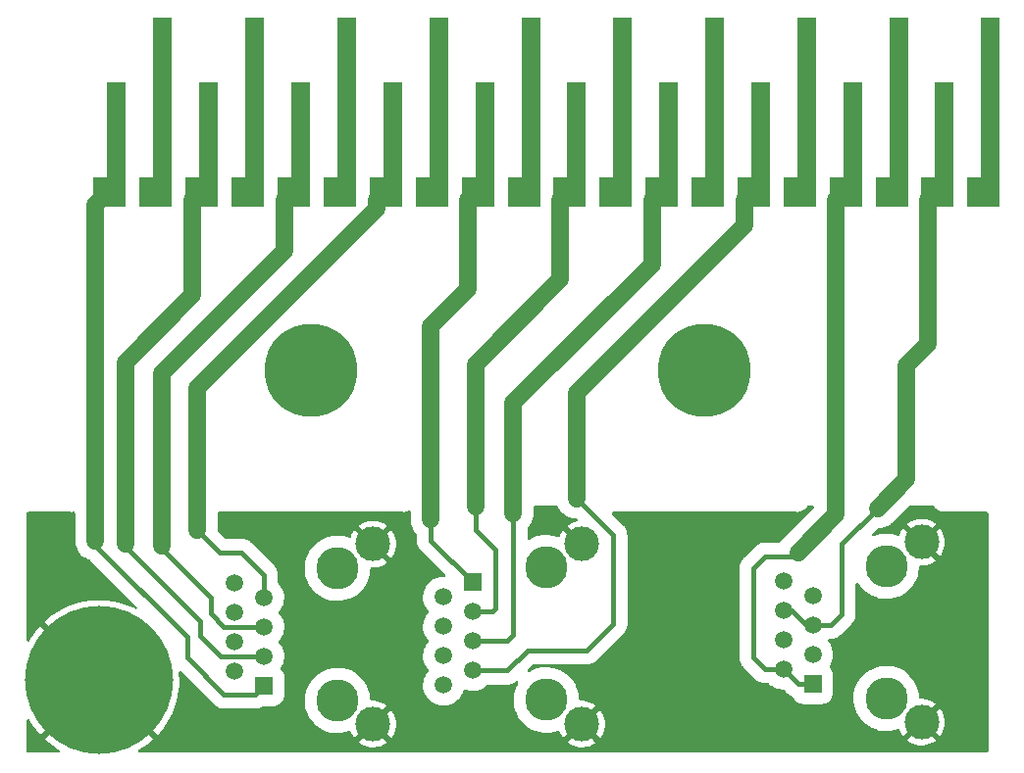
<source format=gtl>
G04 #@! TF.GenerationSoftware,KiCad,Pcbnew,(5.99.0-12896-g1860893d63)*
G04 #@! TF.CreationDate,2021-12-10T21:36:47+01:00*
G04 #@! TF.ProjectId,HP_44491A_to_UTP_v2,48505f34-3434-4393-9141-5f746f5f5554,rev?*
G04 #@! TF.SameCoordinates,Original*
G04 #@! TF.FileFunction,Copper,L1,Top*
G04 #@! TF.FilePolarity,Positive*
%FSLAX46Y46*%
G04 Gerber Fmt 4.6, Leading zero omitted, Abs format (unit mm)*
G04 Created by KiCad (PCBNEW (5.99.0-12896-g1860893d63)) date 2021-12-10 21:36:47*
%MOMM*%
%LPD*%
G01*
G04 APERTURE LIST*
G04 Aperture macros list*
%AMFreePoly0*
4,1,7,-2.370000,-16.300000,-5.155000,-16.300000,-5.155000,-13.800000,-3.970000,-13.800000,-3.970000,-5.600000,-2.370000,-5.600000,-2.370000,-16.300000,-2.370000,-16.300000,$1*%
%AMFreePoly1*
4,1,7,1.600000,-16.300000,-1.185000,-16.300000,-1.185000,-13.800000,0.000000,-13.800000,0.000000,0.000000,1.600000,0.000000,1.600000,-16.300000,1.600000,-16.300000,$1*%
G04 Aperture macros list end*
G04 #@! TA.AperFunction,WasherPad*
%ADD10C,3.650000*%
G04 #@! TD*
G04 #@! TA.AperFunction,ComponentPad*
%ADD11R,1.500000X1.500000*%
G04 #@! TD*
G04 #@! TA.AperFunction,ComponentPad*
%ADD12C,1.500000*%
G04 #@! TD*
G04 #@! TA.AperFunction,ComponentPad*
%ADD13C,3.000000*%
G04 #@! TD*
G04 #@! TA.AperFunction,ComponentPad*
%ADD14C,0.900000*%
G04 #@! TD*
G04 #@! TA.AperFunction,ComponentPad*
%ADD15C,12.800000*%
G04 #@! TD*
G04 #@! TA.AperFunction,WasherPad*
%ADD16C,8.000000*%
G04 #@! TD*
G04 #@! TA.AperFunction,ConnectorPad*
%ADD17FreePoly0,0.000000*%
G04 #@! TD*
G04 #@! TA.AperFunction,ConnectorPad*
%ADD18FreePoly1,0.000000*%
G04 #@! TD*
G04 #@! TA.AperFunction,Conductor*
%ADD19C,0.400000*%
G04 #@! TD*
G04 #@! TA.AperFunction,Conductor*
%ADD20C,1.500000*%
G04 #@! TD*
G04 APERTURE END LIST*
D10*
X136452000Y-65051800D03*
X136452000Y-76481800D03*
D11*
X130102000Y-66321800D03*
D12*
X127562000Y-67591800D03*
X130102000Y-68861800D03*
X127562000Y-70131800D03*
X130102000Y-71401800D03*
X127562000Y-72671800D03*
X130102000Y-73941800D03*
X127562000Y-75211800D03*
D13*
X139500000Y-78559800D03*
X139500000Y-63019800D03*
D14*
X97840800Y-69977600D03*
X93040800Y-74777600D03*
X101234913Y-78171713D03*
X94446687Y-71383487D03*
X101234913Y-71383487D03*
D15*
X97840800Y-74777600D03*
D14*
X97840800Y-79577600D03*
X102640800Y-74777600D03*
X94446687Y-78171713D03*
D10*
X165789000Y-76350000D03*
X165789000Y-64920000D03*
D11*
X159439000Y-75080000D03*
D12*
X156899000Y-73810000D03*
X159439000Y-72540000D03*
X156899000Y-71270000D03*
X159439000Y-70000000D03*
X156899000Y-68730000D03*
X159439000Y-67460000D03*
X156899000Y-66190000D03*
D13*
X168837000Y-78382000D03*
X168837000Y-62842000D03*
D10*
X118418000Y-65097800D03*
X118418000Y-76527800D03*
D11*
X112068000Y-75257800D03*
D12*
X109528000Y-73987800D03*
X112068000Y-72717800D03*
X109528000Y-71447800D03*
X112068000Y-70177800D03*
X109528000Y-68907800D03*
X112068000Y-67637800D03*
X109528000Y-66367800D03*
D13*
X121466000Y-78559800D03*
X121466000Y-63019800D03*
D16*
X150096000Y-48026000D03*
X116096000Y-48026000D03*
D14*
X97942400Y-33274000D03*
D17*
X102536000Y-17526000D03*
D14*
X101904800Y-33274000D03*
D18*
X102536000Y-17526000D03*
D14*
X113842800Y-33274000D03*
D17*
X118416000Y-17526000D03*
D14*
X117805200Y-33274000D03*
D18*
X118416000Y-17526000D03*
D17*
X134296000Y-17526000D03*
D14*
X129692400Y-33274000D03*
D18*
X134296000Y-17526000D03*
D14*
X133654800Y-33274000D03*
D17*
X150176000Y-17526000D03*
D14*
X145592800Y-33274000D03*
D18*
X150176000Y-17526000D03*
D14*
X149555200Y-33274000D03*
X105918000Y-33274000D03*
D17*
X110476000Y-17526000D03*
D18*
X110476000Y-17526000D03*
D14*
X109829600Y-33274000D03*
D17*
X126356000Y-17526000D03*
D14*
X121767600Y-33274000D03*
X125730000Y-33274000D03*
D18*
X126356000Y-17526000D03*
D17*
X142236000Y-17526000D03*
D14*
X137668000Y-33274000D03*
X141630400Y-33274000D03*
D18*
X142236000Y-17526000D03*
D17*
X158116000Y-17526000D03*
D14*
X153517600Y-33274000D03*
D18*
X158116000Y-17526000D03*
D14*
X157480000Y-33274000D03*
D17*
X166056000Y-17526000D03*
D14*
X161442400Y-33274000D03*
X165455600Y-33274000D03*
D18*
X166056000Y-17526000D03*
D14*
X169418000Y-33274000D03*
D17*
X173996000Y-17526000D03*
D18*
X173996000Y-17526000D03*
D14*
X173355000Y-33274000D03*
D19*
X130352800Y-61772800D02*
X130352800Y-59740800D01*
X131798200Y-68861800D02*
X132080000Y-68580000D01*
X132080000Y-68580000D02*
X132080000Y-63500000D01*
X130102000Y-68861800D02*
X131798200Y-68861800D01*
X132080000Y-63500000D02*
X130352800Y-61772800D01*
X126492000Y-62711800D02*
X130102000Y-66321800D01*
X126492000Y-60902800D02*
X126492000Y-62711800D01*
D20*
X126492000Y-44196000D02*
X126492000Y-60902800D01*
X129692400Y-40995600D02*
X126492000Y-44196000D01*
X145592800Y-38811200D02*
X145592800Y-33274000D01*
D19*
X133068200Y-71401800D02*
X130102000Y-71401800D01*
X133604000Y-70866000D02*
X133068200Y-71401800D01*
X133604000Y-60325000D02*
X133604000Y-70866000D01*
D20*
X133604000Y-60325000D02*
X133604000Y-50800000D01*
X133604000Y-50800000D02*
X145592800Y-38811200D01*
X153517600Y-35458400D02*
X153517600Y-33274000D01*
X139039600Y-49936400D02*
X153517600Y-35458400D01*
X139039600Y-59029600D02*
X139039600Y-49936400D01*
D19*
X133068200Y-73941800D02*
X130102000Y-73941800D01*
X134823200Y-72186800D02*
X133068200Y-73941800D01*
D20*
X139065000Y-59055000D02*
X139039600Y-59029600D01*
D19*
X142240000Y-69900800D02*
X139954000Y-72186800D01*
X142240000Y-62230000D02*
X142240000Y-69900800D01*
X139065000Y-59055000D02*
X142240000Y-62230000D01*
X139954000Y-72186800D02*
X134823200Y-72186800D01*
X97536000Y-63144400D02*
X97536000Y-62687200D01*
X105435400Y-72821800D02*
X105435400Y-71043800D01*
X105435400Y-71043800D02*
X97536000Y-63144400D01*
D20*
X97536000Y-33680400D02*
X97536000Y-62687200D01*
D19*
X112068000Y-75257800D02*
X111303600Y-76022200D01*
D20*
X97942400Y-33274000D02*
X97536000Y-33680400D01*
D19*
X111303600Y-76022200D02*
X108635800Y-76022200D01*
X108635800Y-76022200D02*
X105435400Y-72821800D01*
D20*
X105918000Y-41503600D02*
X100126800Y-47294800D01*
X105918000Y-33274000D02*
X105918000Y-41503600D01*
D19*
X108354000Y-72717800D02*
X106603800Y-70967600D01*
X106603800Y-69697600D02*
X100101400Y-63195200D01*
D20*
X100126800Y-62941200D02*
X100101400Y-62966600D01*
D19*
X100101400Y-63195200D02*
X100101400Y-62966600D01*
X106603800Y-70967600D02*
X106603800Y-69697600D01*
X112068000Y-72717800D02*
X108354000Y-72717800D01*
D20*
X100126800Y-47294800D02*
X100126800Y-62941200D01*
X113842800Y-33274000D02*
X113842800Y-37668200D01*
D19*
X107467400Y-67614800D02*
X103276400Y-63423800D01*
D20*
X103276400Y-48234600D02*
X103276400Y-63144400D01*
D19*
X112068000Y-70177800D02*
X108633400Y-70177800D01*
X108633400Y-70177800D02*
X107467400Y-69011800D01*
X103276400Y-63423800D02*
X103276400Y-63144400D01*
X107467400Y-69011800D02*
X107467400Y-67614800D01*
D20*
X113842800Y-37668200D02*
X103276400Y-48234600D01*
D19*
X110159800Y-63754000D02*
X108280200Y-63754000D01*
D20*
X121767600Y-33274000D02*
X121767600Y-34061400D01*
X121767600Y-34061400D02*
X106324400Y-49504600D01*
D19*
X112068000Y-65662200D02*
X110159800Y-63754000D01*
X112068000Y-67637800D02*
X112068000Y-65662200D01*
D20*
X106324400Y-49504600D02*
X106324400Y-61798200D01*
D19*
X108280200Y-63754000D02*
X106324400Y-61798200D01*
D20*
X129692400Y-33274000D02*
X129692400Y-40487600D01*
X129692400Y-40487600D02*
X129692400Y-40995600D01*
D19*
X129692400Y-40995600D02*
X129692400Y-33274000D01*
D20*
X137668000Y-40132000D02*
X130352800Y-47447200D01*
X130352800Y-47447200D02*
X130352800Y-59740800D01*
X137668000Y-33274000D02*
X137668000Y-40132000D01*
D19*
X159439000Y-75080000D02*
X158169000Y-75080000D01*
X154330400Y-72796400D02*
X154330400Y-65074800D01*
X155344000Y-73810000D02*
X154330400Y-72796400D01*
D20*
X161442400Y-33274000D02*
X161442400Y-60452000D01*
X161442400Y-60452000D02*
X158191200Y-63703200D01*
D19*
X155346400Y-64058800D02*
X157835600Y-64058800D01*
X156899000Y-73810000D02*
X155344000Y-73810000D01*
X154330400Y-65074800D02*
X155346400Y-64058800D01*
X158169000Y-75080000D02*
X156899000Y-73810000D01*
X157835600Y-64058800D02*
X158191200Y-63703200D01*
X161950400Y-69037200D02*
X161950400Y-63017400D01*
D20*
X167563800Y-47574200D02*
X167563800Y-57404000D01*
D19*
X160987600Y-70000000D02*
X161950400Y-69037200D01*
X157630000Y-68730000D02*
X156899000Y-68730000D01*
X159439000Y-70000000D02*
X158900000Y-70000000D01*
D20*
X167563800Y-57404000D02*
X165061900Y-59905900D01*
D19*
X158900000Y-70000000D02*
X157630000Y-68730000D01*
X159439000Y-70000000D02*
X160987600Y-70000000D01*
D20*
X169418000Y-45720000D02*
X167563800Y-47574200D01*
X169418000Y-33274000D02*
X169418000Y-45720000D01*
D19*
X161950400Y-63017400D02*
X165061900Y-59905900D01*
G04 #@! TA.AperFunction,Conductor*
G36*
X159492750Y-59710002D02*
G01*
X159539243Y-59763658D01*
X159549347Y-59833932D01*
X159519853Y-59898512D01*
X159513724Y-59905095D01*
X156906709Y-62512110D01*
X156905199Y-62513863D01*
X156905192Y-62513870D01*
X156845174Y-62583525D01*
X156780103Y-62659044D01*
X156777609Y-62662996D01*
X156777608Y-62662998D01*
X156755516Y-62698011D01*
X156717936Y-62757573D01*
X156691459Y-62799536D01*
X156638192Y-62846474D01*
X156584897Y-62858300D01*
X155391129Y-62858300D01*
X155382888Y-62858030D01*
X155365956Y-62856920D01*
X155314840Y-62853570D01*
X155222473Y-62864502D01*
X155219251Y-62864840D01*
X155126689Y-62873346D01*
X155121122Y-62874916D01*
X155121118Y-62874917D01*
X155120994Y-62874952D01*
X155101611Y-62878808D01*
X155101474Y-62878825D01*
X155095733Y-62879504D01*
X155006949Y-62907072D01*
X155003865Y-62907986D01*
X154914336Y-62933235D01*
X154909159Y-62935788D01*
X154909149Y-62935792D01*
X154909024Y-62935854D01*
X154890663Y-62943179D01*
X154890540Y-62943217D01*
X154890536Y-62943219D01*
X154885021Y-62944931D01*
X154818406Y-62979979D01*
X154802775Y-62988203D01*
X154799844Y-62989696D01*
X154716453Y-63030820D01*
X154711707Y-63034364D01*
X154694995Y-63044908D01*
X154689759Y-63047663D01*
X154680438Y-63055011D01*
X154616752Y-63105217D01*
X154614150Y-63107213D01*
X154539667Y-63162833D01*
X154504911Y-63200432D01*
X154480994Y-63226305D01*
X154477565Y-63229871D01*
X153513149Y-64194288D01*
X153507130Y-64199925D01*
X153455857Y-64244890D01*
X153452285Y-64249421D01*
X153398289Y-64317914D01*
X153396214Y-64320476D01*
X153358962Y-64365268D01*
X153336798Y-64391917D01*
X153333973Y-64396961D01*
X153333902Y-64397087D01*
X153322929Y-64413509D01*
X153322838Y-64413624D01*
X153322835Y-64413629D01*
X153319263Y-64418160D01*
X153316573Y-64423273D01*
X153275985Y-64500417D01*
X153274411Y-64503317D01*
X153236366Y-64571251D01*
X153228990Y-64584421D01*
X153227090Y-64590020D01*
X153219284Y-64608187D01*
X153216531Y-64613420D01*
X153193324Y-64688160D01*
X153188969Y-64702184D01*
X153187950Y-64705320D01*
X153165148Y-64772495D01*
X153158069Y-64793348D01*
X153157218Y-64799216D01*
X153152861Y-64818470D01*
X153152815Y-64818617D01*
X153152814Y-64818623D01*
X153151103Y-64824133D01*
X153150425Y-64829861D01*
X153150424Y-64829866D01*
X153140177Y-64916450D01*
X153139747Y-64919715D01*
X153138668Y-64927158D01*
X153127276Y-65005724D01*
X153126409Y-65011702D01*
X153129139Y-65081188D01*
X153129803Y-65098086D01*
X153129900Y-65103033D01*
X153129900Y-72751671D01*
X153129630Y-72759912D01*
X153125170Y-72827960D01*
X153128177Y-72853360D01*
X153136099Y-72920295D01*
X153136440Y-72923549D01*
X153144946Y-73016111D01*
X153146516Y-73021678D01*
X153146517Y-73021682D01*
X153146552Y-73021806D01*
X153150408Y-73041189D01*
X153151104Y-73047067D01*
X153178672Y-73135851D01*
X153179586Y-73138935D01*
X153204835Y-73228464D01*
X153207388Y-73233641D01*
X153207392Y-73233651D01*
X153207454Y-73233776D01*
X153214779Y-73252137D01*
X153216531Y-73257779D01*
X153243905Y-73309808D01*
X153259803Y-73340025D01*
X153261296Y-73342956D01*
X153302420Y-73426347D01*
X153305964Y-73431093D01*
X153316508Y-73447805D01*
X153319263Y-73453041D01*
X153373824Y-73522252D01*
X153376817Y-73526048D01*
X153378813Y-73528650D01*
X153434433Y-73603133D01*
X153456978Y-73623973D01*
X153497917Y-73661817D01*
X153501483Y-73665247D01*
X154463487Y-74627251D01*
X154469124Y-74633269D01*
X154514090Y-74684543D01*
X154587083Y-74742085D01*
X154589619Y-74744138D01*
X154661117Y-74803602D01*
X154666161Y-74806427D01*
X154666287Y-74806498D01*
X154682709Y-74817471D01*
X154682824Y-74817562D01*
X154682829Y-74817565D01*
X154687360Y-74821137D01*
X154692473Y-74823827D01*
X154769617Y-74864415D01*
X154772498Y-74865979D01*
X154853621Y-74911410D01*
X154859088Y-74913266D01*
X154859097Y-74913270D01*
X154859231Y-74913315D01*
X154877387Y-74921116D01*
X154882620Y-74923869D01*
X154888134Y-74925581D01*
X154888136Y-74925582D01*
X154971375Y-74951429D01*
X154974511Y-74952448D01*
X155057077Y-74980475D01*
X155062548Y-74982332D01*
X155068410Y-74983182D01*
X155087687Y-74987544D01*
X155093333Y-74989297D01*
X155099063Y-74989975D01*
X155099067Y-74989976D01*
X155185640Y-75000222D01*
X155188911Y-75000653D01*
X155212987Y-75004144D01*
X155280902Y-75013991D01*
X155367286Y-75010597D01*
X155372233Y-75010500D01*
X155571585Y-75010500D01*
X155639706Y-75030502D01*
X155660291Y-75047017D01*
X155750156Y-75136101D01*
X155758954Y-75144823D01*
X155762716Y-75147581D01*
X155762719Y-75147584D01*
X155861766Y-75220208D01*
X155968775Y-75298670D01*
X155972910Y-75300846D01*
X155972914Y-75300848D01*
X156083304Y-75358927D01*
X156199033Y-75419815D01*
X156215971Y-75425730D01*
X156409016Y-75493144D01*
X156444667Y-75505594D01*
X156449260Y-75506466D01*
X156695693Y-75553253D01*
X156695696Y-75553253D01*
X156700282Y-75554124D01*
X156862537Y-75560499D01*
X156906107Y-75562211D01*
X156973390Y-75584872D01*
X156990255Y-75599018D01*
X157140504Y-75749268D01*
X157288489Y-75897253D01*
X157294124Y-75903270D01*
X157335277Y-75950196D01*
X157335281Y-75950200D01*
X157339090Y-75954543D01*
X157412142Y-76012132D01*
X157414633Y-76014150D01*
X157479793Y-76068343D01*
X157486116Y-76073602D01*
X157491151Y-76076422D01*
X157491157Y-76076426D01*
X157491287Y-76076499D01*
X157507713Y-76087474D01*
X157507818Y-76087557D01*
X157507822Y-76087560D01*
X157512360Y-76091137D01*
X157594622Y-76134417D01*
X157597495Y-76135977D01*
X157627758Y-76152925D01*
X157678621Y-76181410D01*
X157684220Y-76183310D01*
X157702387Y-76191116D01*
X157702505Y-76191178D01*
X157702508Y-76191179D01*
X157707620Y-76193869D01*
X157713138Y-76195582D01*
X157718475Y-76197793D01*
X157717504Y-76200136D01*
X157767602Y-76233444D01*
X157782769Y-76256090D01*
X157785387Y-76261099D01*
X157844772Y-76374691D01*
X157849427Y-76383596D01*
X157853458Y-76388539D01*
X157853459Y-76388540D01*
X157891577Y-76435277D01*
X157977891Y-76541109D01*
X157982831Y-76545138D01*
X158123072Y-76659515D01*
X158135404Y-76669573D01*
X158315530Y-76763741D01*
X158510913Y-76819766D01*
X158542545Y-76822589D01*
X158628391Y-76830251D01*
X158628397Y-76830251D01*
X158631184Y-76830500D01*
X160246816Y-76830500D01*
X160249603Y-76830251D01*
X160249609Y-76830251D01*
X160335455Y-76822589D01*
X160367087Y-76819766D01*
X160562470Y-76763741D01*
X160742596Y-76669573D01*
X160754929Y-76659515D01*
X160895169Y-76545138D01*
X160900109Y-76541109D01*
X160986423Y-76435277D01*
X161024541Y-76388540D01*
X161024542Y-76388539D01*
X161028573Y-76383596D01*
X161033229Y-76374691D01*
X161087048Y-76271744D01*
X161092613Y-76261099D01*
X162960109Y-76261099D01*
X162960204Y-76264729D01*
X162960204Y-76264731D01*
X162964860Y-76442531D01*
X162968638Y-76586832D01*
X162969149Y-76590422D01*
X162969149Y-76590423D01*
X162975411Y-76634420D01*
X163014550Y-76909427D01*
X163097236Y-77224607D01*
X163215600Y-77528195D01*
X163246817Y-77587154D01*
X163366134Y-77812503D01*
X163368073Y-77816166D01*
X163370130Y-77819159D01*
X163550577Y-78081711D01*
X163550583Y-78081718D01*
X163552634Y-78084703D01*
X163626422Y-78169288D01*
X163707739Y-78262503D01*
X163766837Y-78330249D01*
X164007842Y-78549547D01*
X164010784Y-78551661D01*
X164269505Y-78737571D01*
X164269511Y-78737575D01*
X164272456Y-78739691D01*
X164557171Y-78898161D01*
X164858213Y-79022857D01*
X164861707Y-79023852D01*
X164861709Y-79023853D01*
X165168091Y-79111129D01*
X165168096Y-79111130D01*
X165171592Y-79112126D01*
X165328886Y-79137884D01*
X165489573Y-79164197D01*
X165489580Y-79164198D01*
X165493154Y-79164783D01*
X165655896Y-79172458D01*
X165815011Y-79179962D01*
X165815012Y-79179962D01*
X165818638Y-79180133D01*
X165852331Y-79177836D01*
X166140112Y-79158217D01*
X166140119Y-79158216D01*
X166143729Y-79157970D01*
X166464118Y-79098590D01*
X166775559Y-79002778D01*
X166781806Y-79000036D01*
X166852218Y-78990965D01*
X166916358Y-79021403D01*
X166951664Y-79074592D01*
X166980186Y-79157898D01*
X166983499Y-79165779D01*
X167102664Y-79402713D01*
X167107020Y-79410079D01*
X167236347Y-79598250D01*
X167246601Y-79606594D01*
X167260342Y-79599448D01*
X168476658Y-78383132D01*
X169201408Y-78383132D01*
X169201539Y-78384965D01*
X169205790Y-78391580D01*
X170412730Y-79598520D01*
X170424939Y-79605187D01*
X170436439Y-79596497D01*
X170533831Y-79463913D01*
X170538418Y-79456685D01*
X170664962Y-79223621D01*
X170668530Y-79215827D01*
X170762271Y-78967750D01*
X170764748Y-78959544D01*
X170823954Y-78701038D01*
X170825294Y-78692577D01*
X170849031Y-78426616D01*
X170849277Y-78421677D01*
X170849666Y-78384485D01*
X170849523Y-78379519D01*
X170831362Y-78113123D01*
X170830201Y-78104649D01*
X170776419Y-77844944D01*
X170774120Y-77836709D01*
X170685588Y-77586705D01*
X170682191Y-77578854D01*
X170560550Y-77343178D01*
X170556122Y-77335866D01*
X170437031Y-77166417D01*
X170426509Y-77158037D01*
X170413121Y-77165089D01*
X169209022Y-78369188D01*
X169201408Y-78383132D01*
X168476658Y-78383132D01*
X170053604Y-76806186D01*
X170060795Y-76793017D01*
X170053473Y-76782780D01*
X170006233Y-76744115D01*
X169999261Y-76739160D01*
X169773122Y-76600582D01*
X169765552Y-76596624D01*
X169522704Y-76490022D01*
X169514644Y-76487120D01*
X169259592Y-76414467D01*
X169251214Y-76412685D01*
X168988656Y-76375318D01*
X168980111Y-76374691D01*
X168738923Y-76373428D01*
X168670908Y-76353070D01*
X168624697Y-76299172D01*
X168613792Y-76254683D01*
X168600740Y-76028315D01*
X168600739Y-76028310D01*
X168600531Y-76024695D01*
X168598691Y-76014150D01*
X168545133Y-75707274D01*
X168545131Y-75707267D01*
X168544509Y-75703701D01*
X168542119Y-75695630D01*
X168482139Y-75493144D01*
X168451964Y-75391274D01*
X168324122Y-75091554D01*
X168311218Y-75068930D01*
X168164470Y-74811655D01*
X168162679Y-74808515D01*
X168156360Y-74799912D01*
X167971914Y-74548820D01*
X167971912Y-74548818D01*
X167969774Y-74545907D01*
X167814198Y-74378486D01*
X167750436Y-74309870D01*
X167750435Y-74309869D01*
X167747965Y-74307211D01*
X167745205Y-74304854D01*
X167745199Y-74304848D01*
X167551170Y-74139132D01*
X167500190Y-74095591D01*
X167229734Y-73913852D01*
X167226525Y-73912196D01*
X167226517Y-73912191D01*
X166943402Y-73766065D01*
X166940182Y-73764403D01*
X166635372Y-73649225D01*
X166631851Y-73648341D01*
X166631846Y-73648339D01*
X166433463Y-73598509D01*
X166319343Y-73569844D01*
X166301015Y-73567431D01*
X165999889Y-73527787D01*
X165999881Y-73527786D01*
X165996285Y-73527313D01*
X165861187Y-73525191D01*
X165674122Y-73522252D01*
X165674118Y-73522252D01*
X165670480Y-73522195D01*
X165666866Y-73522556D01*
X165666860Y-73522556D01*
X165438901Y-73545310D01*
X165346245Y-73554558D01*
X165123460Y-73603133D01*
X165069125Y-73614980D01*
X165027879Y-73623973D01*
X165024452Y-73625146D01*
X165024446Y-73625148D01*
X164723033Y-73728345D01*
X164723028Y-73728347D01*
X164719602Y-73729520D01*
X164716334Y-73731079D01*
X164716326Y-73731082D01*
X164611619Y-73781025D01*
X164425498Y-73869800D01*
X164149467Y-74042954D01*
X164146633Y-74045224D01*
X164146628Y-74045228D01*
X164083765Y-74095591D01*
X163895168Y-74246686D01*
X163665970Y-74478297D01*
X163464911Y-74734716D01*
X163463018Y-74737805D01*
X163463016Y-74737808D01*
X163439844Y-74775622D01*
X163294657Y-75012545D01*
X163293132Y-75015830D01*
X163293130Y-75015834D01*
X163232528Y-75146390D01*
X163157465Y-75308101D01*
X163055152Y-75617468D01*
X163054416Y-75621023D01*
X163054415Y-75621026D01*
X162992213Y-75921385D01*
X162989074Y-75936543D01*
X162988751Y-75940165D01*
X162988750Y-75940170D01*
X162960556Y-76256091D01*
X162960109Y-76261099D01*
X161092613Y-76261099D01*
X161122741Y-76203470D01*
X161178766Y-76008087D01*
X161183933Y-75950196D01*
X161189251Y-75890609D01*
X161189251Y-75890603D01*
X161189500Y-75887816D01*
X161189500Y-74272184D01*
X161187225Y-74246686D01*
X161181589Y-74183545D01*
X161178766Y-74151913D01*
X161122741Y-73956530D01*
X161028573Y-73776404D01*
X161011117Y-73755000D01*
X160955763Y-73687130D01*
X160916753Y-73639298D01*
X160889199Y-73573867D01*
X160901394Y-73503926D01*
X160908425Y-73491500D01*
X160930245Y-73457578D01*
X160981683Y-73377608D01*
X161088544Y-73140385D01*
X161113308Y-73052579D01*
X161157898Y-72894476D01*
X161157899Y-72894473D01*
X161159168Y-72889972D01*
X161173006Y-72781193D01*
X161191604Y-72635001D01*
X161191604Y-72634997D01*
X161192002Y-72631871D01*
X161192777Y-72602300D01*
X161194325Y-72543160D01*
X161194408Y-72540000D01*
X161175126Y-72280534D01*
X161117705Y-72026768D01*
X161060310Y-71879177D01*
X161025098Y-71788630D01*
X161025097Y-71788628D01*
X161023405Y-71784277D01*
X160993824Y-71732520D01*
X160896618Y-71562446D01*
X160894299Y-71558388D01*
X160772988Y-71404505D01*
X160746523Y-71338626D01*
X160759876Y-71268897D01*
X160808808Y-71217456D01*
X160871938Y-71200500D01*
X160942871Y-71200500D01*
X160951113Y-71200770D01*
X161019160Y-71205230D01*
X161111527Y-71194298D01*
X161114749Y-71193960D01*
X161207311Y-71185454D01*
X161212878Y-71183884D01*
X161212882Y-71183883D01*
X161213006Y-71183848D01*
X161232389Y-71179992D01*
X161232529Y-71179975D01*
X161238267Y-71179296D01*
X161327059Y-71151726D01*
X161330135Y-71150814D01*
X161419664Y-71125565D01*
X161424841Y-71123012D01*
X161424851Y-71123008D01*
X161424976Y-71122946D01*
X161443337Y-71115621D01*
X161443460Y-71115583D01*
X161443464Y-71115581D01*
X161448979Y-71113869D01*
X161531234Y-71070593D01*
X161534165Y-71069099D01*
X161617547Y-71027980D01*
X161622293Y-71024436D01*
X161639005Y-71013892D01*
X161644241Y-71011137D01*
X161717263Y-70953572D01*
X161719865Y-70951575D01*
X161722785Y-70949395D01*
X161794333Y-70895967D01*
X161853018Y-70832482D01*
X161856447Y-70828917D01*
X162767651Y-69917713D01*
X162773669Y-69912076D01*
X162820596Y-69870922D01*
X162824943Y-69867110D01*
X162882500Y-69794099D01*
X162884538Y-69791581D01*
X162944002Y-69720083D01*
X162946898Y-69714913D01*
X162957871Y-69698491D01*
X162957962Y-69698376D01*
X162957965Y-69698371D01*
X162961537Y-69693840D01*
X163004815Y-69611583D01*
X163006389Y-69608683D01*
X163022825Y-69579336D01*
X163051810Y-69527579D01*
X163053666Y-69522112D01*
X163053670Y-69522103D01*
X163053715Y-69521969D01*
X163061516Y-69503813D01*
X163061580Y-69503691D01*
X163064269Y-69498580D01*
X163082322Y-69440441D01*
X163091829Y-69409825D01*
X163092848Y-69406689D01*
X163120875Y-69324123D01*
X163120875Y-69324122D01*
X163122732Y-69318652D01*
X163123582Y-69312790D01*
X163127944Y-69293513D01*
X163129697Y-69287867D01*
X163140548Y-69196188D01*
X163140622Y-69195560D01*
X163141053Y-69192289D01*
X163144544Y-69168213D01*
X163154391Y-69100298D01*
X163150997Y-69013914D01*
X163150900Y-69008967D01*
X163150900Y-66475964D01*
X163170902Y-66407843D01*
X163224558Y-66361350D01*
X163294832Y-66351246D01*
X163359412Y-66380740D01*
X163380740Y-66404597D01*
X163532079Y-66624796D01*
X163552634Y-66654703D01*
X163623782Y-66736262D01*
X163750985Y-66882077D01*
X163766837Y-66900249D01*
X164007842Y-67119547D01*
X164021171Y-67129125D01*
X164269505Y-67307571D01*
X164269511Y-67307575D01*
X164272456Y-67309691D01*
X164557171Y-67468161D01*
X164858213Y-67592857D01*
X164861707Y-67593852D01*
X164861709Y-67593853D01*
X165168091Y-67681129D01*
X165168096Y-67681130D01*
X165171592Y-67682126D01*
X165328886Y-67707884D01*
X165489573Y-67734197D01*
X165489580Y-67734198D01*
X165493154Y-67734783D01*
X165655896Y-67742458D01*
X165815011Y-67749962D01*
X165815012Y-67749962D01*
X165818638Y-67750133D01*
X165833585Y-67749114D01*
X166140112Y-67728217D01*
X166140119Y-67728216D01*
X166143729Y-67727970D01*
X166464118Y-67668590D01*
X166775559Y-67572778D01*
X166917225Y-67510591D01*
X167070592Y-67443268D01*
X167070597Y-67443265D01*
X167073924Y-67441805D01*
X167355257Y-67277407D01*
X167564619Y-67120214D01*
X167612924Y-67083946D01*
X167612928Y-67083943D01*
X167615831Y-67081763D01*
X167852191Y-66857465D01*
X168061205Y-66607488D01*
X168081609Y-66576426D01*
X168238114Y-66338170D01*
X168238119Y-66338161D01*
X168240101Y-66335144D01*
X168351500Y-66113653D01*
X168384883Y-66047279D01*
X168384886Y-66047271D01*
X168386510Y-66044043D01*
X168414007Y-65968904D01*
X168497242Y-65741454D01*
X168497243Y-65741450D01*
X168498490Y-65738043D01*
X168499335Y-65734521D01*
X168499338Y-65734513D01*
X168573710Y-65424730D01*
X168573711Y-65424726D01*
X168574557Y-65421201D01*
X168577146Y-65399808D01*
X168613367Y-65100494D01*
X168613368Y-65100487D01*
X168613703Y-65097715D01*
X168614223Y-65081188D01*
X168615760Y-65032253D01*
X168617689Y-64970869D01*
X168639821Y-64903411D01*
X168694910Y-64858626D01*
X168745606Y-64848843D01*
X168938045Y-64851867D01*
X168946596Y-64851418D01*
X169209883Y-64819557D01*
X169218284Y-64817955D01*
X169474824Y-64750653D01*
X169482926Y-64747926D01*
X169727949Y-64646434D01*
X169735617Y-64642628D01*
X169964598Y-64508822D01*
X169971679Y-64504009D01*
X170051655Y-64441301D01*
X170060125Y-64429442D01*
X170053608Y-64417818D01*
X168478922Y-62843132D01*
X169201408Y-62843132D01*
X169201539Y-62844965D01*
X169205790Y-62851580D01*
X170412730Y-64058520D01*
X170424939Y-64065187D01*
X170436439Y-64056497D01*
X170533831Y-63923913D01*
X170538418Y-63916685D01*
X170664962Y-63683621D01*
X170668530Y-63675827D01*
X170762271Y-63427750D01*
X170764748Y-63419544D01*
X170823954Y-63161038D01*
X170825294Y-63152577D01*
X170849031Y-62886616D01*
X170849277Y-62881677D01*
X170849666Y-62844485D01*
X170849523Y-62839519D01*
X170831362Y-62573123D01*
X170830201Y-62564649D01*
X170776419Y-62304944D01*
X170774120Y-62296709D01*
X170685588Y-62046705D01*
X170682191Y-62038854D01*
X170560550Y-61803178D01*
X170556122Y-61795866D01*
X170437031Y-61626417D01*
X170426509Y-61618037D01*
X170413121Y-61625089D01*
X169209022Y-62829188D01*
X169201408Y-62843132D01*
X168478922Y-62843132D01*
X167260814Y-61625024D01*
X167248804Y-61618466D01*
X167237064Y-61627434D01*
X167128935Y-61777911D01*
X167124418Y-61785196D01*
X167000325Y-62019567D01*
X166996839Y-62027395D01*
X166935013Y-62196344D01*
X166892819Y-62253442D01*
X166826454Y-62278664D01*
X166772150Y-62270909D01*
X166635372Y-62219225D01*
X166631851Y-62218341D01*
X166631846Y-62218339D01*
X166466877Y-62176902D01*
X166319343Y-62139844D01*
X166301015Y-62137431D01*
X165999889Y-62097787D01*
X165999881Y-62097786D01*
X165996285Y-62097313D01*
X165861187Y-62095191D01*
X165674122Y-62092252D01*
X165674118Y-62092252D01*
X165670480Y-62092195D01*
X165666866Y-62092556D01*
X165666860Y-62092556D01*
X165469545Y-62112251D01*
X165346245Y-62124558D01*
X165207777Y-62154749D01*
X165033695Y-62192705D01*
X165027879Y-62193973D01*
X165024452Y-62195146D01*
X165024446Y-62195148D01*
X164723033Y-62298345D01*
X164723028Y-62298347D01*
X164719602Y-62299520D01*
X164709227Y-62304469D01*
X164705454Y-62306268D01*
X164635358Y-62317540D01*
X164570296Y-62289125D01*
X164530923Y-62230046D01*
X164529742Y-62159060D01*
X164562117Y-62103446D01*
X164969350Y-61696213D01*
X165031662Y-61662187D01*
X165065587Y-61659511D01*
X165087859Y-61660776D01*
X165087867Y-61660776D01*
X165092536Y-61661041D01*
X165276030Y-61644180D01*
X165346970Y-61637662D01*
X165346972Y-61637662D01*
X165351626Y-61637234D01*
X165604351Y-61575393D01*
X165620413Y-61568822D01*
X165840834Y-61478645D01*
X165840840Y-61478642D01*
X165845159Y-61476875D01*
X166068761Y-61343845D01*
X166072375Y-61340892D01*
X166072381Y-61340888D01*
X166178114Y-61254500D01*
X167613584Y-61254500D01*
X167619980Y-61265770D01*
X168824188Y-62469978D01*
X168838132Y-62477592D01*
X168839965Y-62477461D01*
X168846580Y-62473210D01*
X170053604Y-61266186D01*
X170060795Y-61253017D01*
X170053473Y-61242780D01*
X170006233Y-61204115D01*
X169999261Y-61199160D01*
X169773122Y-61060582D01*
X169765552Y-61056624D01*
X169522704Y-60950022D01*
X169514644Y-60947120D01*
X169259592Y-60874467D01*
X169251214Y-60872685D01*
X168988656Y-60835318D01*
X168980111Y-60834691D01*
X168714908Y-60833302D01*
X168706374Y-60833839D01*
X168443433Y-60868456D01*
X168435035Y-60870149D01*
X168179238Y-60940127D01*
X168171143Y-60942946D01*
X167927199Y-61046997D01*
X167919577Y-61050881D01*
X167692013Y-61187075D01*
X167684981Y-61191962D01*
X167622053Y-61242377D01*
X167613584Y-61254500D01*
X166178114Y-61254500D01*
X166192952Y-61242377D01*
X166236960Y-61206421D01*
X167716476Y-59726905D01*
X167778788Y-59692879D01*
X167805571Y-59690000D01*
X169835613Y-59690000D01*
X169903734Y-59710002D01*
X169945815Y-59754914D01*
X169970616Y-59799657D01*
X169976825Y-59806901D01*
X169980336Y-59810997D01*
X169991759Y-59826605D01*
X169999625Y-59839292D01*
X170004009Y-59843928D01*
X170050511Y-59893103D01*
X170054630Y-59897678D01*
X170062943Y-59907377D01*
X170102824Y-59953906D01*
X170114631Y-59963064D01*
X170128947Y-59976046D01*
X170139210Y-59986899D01*
X170144440Y-59990561D01*
X170144441Y-59990562D01*
X170199881Y-60029382D01*
X170204836Y-60033035D01*
X170215961Y-60041664D01*
X170263348Y-60078421D01*
X170269079Y-60081241D01*
X170276745Y-60085014D01*
X170293382Y-60094853D01*
X170300392Y-60099761D01*
X170300395Y-60099763D01*
X170305624Y-60103424D01*
X170311478Y-60105957D01*
X170311481Y-60105959D01*
X170373583Y-60132833D01*
X170379171Y-60135415D01*
X170439899Y-60165296D01*
X170445630Y-60168116D01*
X170455735Y-60170748D01*
X170460090Y-60171883D01*
X170478362Y-60178174D01*
X170492071Y-60184106D01*
X170498310Y-60185410D01*
X170498315Y-60185411D01*
X170564548Y-60199248D01*
X170570540Y-60200653D01*
X170627678Y-60215536D01*
X170642225Y-60219325D01*
X170648595Y-60219659D01*
X170648596Y-60219659D01*
X170657143Y-60220107D01*
X170676309Y-60222596D01*
X170690932Y-60225651D01*
X170695769Y-60225904D01*
X170695773Y-60225905D01*
X170695832Y-60225908D01*
X170697592Y-60226000D01*
X170766303Y-60226000D01*
X170772897Y-60226173D01*
X170838721Y-60229623D01*
X170838725Y-60229623D01*
X170845102Y-60229957D01*
X170856301Y-60228263D01*
X170861898Y-60227417D01*
X170880739Y-60226000D01*
X174470000Y-60226000D01*
X174538121Y-60246002D01*
X174584614Y-60299658D01*
X174596000Y-60352000D01*
X174596000Y-80874000D01*
X174575998Y-80942121D01*
X174522342Y-80988614D01*
X174470000Y-81000000D01*
X101350194Y-81000000D01*
X101282073Y-80979998D01*
X101235580Y-80926342D01*
X101225476Y-80856068D01*
X101254970Y-80791488D01*
X101286624Y-80765212D01*
X101542887Y-80615465D01*
X101546785Y-80612991D01*
X101960501Y-80328652D01*
X101964205Y-80325901D01*
X102184446Y-80149454D01*
X120241618Y-80149454D01*
X120248673Y-80159427D01*
X120279679Y-80185351D01*
X120286598Y-80190379D01*
X120511272Y-80331315D01*
X120518807Y-80335356D01*
X120760520Y-80444494D01*
X120768551Y-80447480D01*
X121022832Y-80522802D01*
X121031184Y-80524669D01*
X121293340Y-80564784D01*
X121301874Y-80565500D01*
X121567045Y-80569667D01*
X121575596Y-80569218D01*
X121838883Y-80537357D01*
X121847284Y-80535755D01*
X122103824Y-80468453D01*
X122111926Y-80465726D01*
X122356949Y-80364234D01*
X122364617Y-80360428D01*
X122593598Y-80226622D01*
X122600679Y-80221809D01*
X122680655Y-80159101D01*
X122687545Y-80149454D01*
X138275618Y-80149454D01*
X138282673Y-80159427D01*
X138313679Y-80185351D01*
X138320598Y-80190379D01*
X138545272Y-80331315D01*
X138552807Y-80335356D01*
X138794520Y-80444494D01*
X138802551Y-80447480D01*
X139056832Y-80522802D01*
X139065184Y-80524669D01*
X139327340Y-80564784D01*
X139335874Y-80565500D01*
X139601045Y-80569667D01*
X139609596Y-80569218D01*
X139872883Y-80537357D01*
X139881284Y-80535755D01*
X140137824Y-80468453D01*
X140145926Y-80465726D01*
X140390949Y-80364234D01*
X140398617Y-80360428D01*
X140627598Y-80226622D01*
X140634679Y-80221809D01*
X140714655Y-80159101D01*
X140723125Y-80147242D01*
X140716608Y-80135618D01*
X140552644Y-79971654D01*
X167612618Y-79971654D01*
X167619673Y-79981627D01*
X167650679Y-80007551D01*
X167657598Y-80012579D01*
X167882272Y-80153515D01*
X167889807Y-80157556D01*
X168131520Y-80266694D01*
X168139551Y-80269680D01*
X168393832Y-80345002D01*
X168402184Y-80346869D01*
X168664340Y-80386984D01*
X168672874Y-80387700D01*
X168938045Y-80391867D01*
X168946596Y-80391418D01*
X169209883Y-80359557D01*
X169218284Y-80357955D01*
X169474824Y-80290653D01*
X169482926Y-80287926D01*
X169727949Y-80186434D01*
X169735617Y-80182628D01*
X169964598Y-80048822D01*
X169971679Y-80044009D01*
X170051655Y-79981301D01*
X170060125Y-79969442D01*
X170053608Y-79957818D01*
X168849812Y-78754022D01*
X168835868Y-78746408D01*
X168834035Y-78746539D01*
X168827420Y-78750790D01*
X167619910Y-79958300D01*
X167612618Y-79971654D01*
X140552644Y-79971654D01*
X139512812Y-78931822D01*
X139498868Y-78924208D01*
X139497035Y-78924339D01*
X139490420Y-78928590D01*
X138282910Y-80136100D01*
X138275618Y-80149454D01*
X122687545Y-80149454D01*
X122689125Y-80147242D01*
X122682608Y-80135618D01*
X121478812Y-78931822D01*
X121464868Y-78924208D01*
X121463035Y-78924339D01*
X121456420Y-78928590D01*
X120248910Y-80136100D01*
X120241618Y-80149454D01*
X102184446Y-80149454D01*
X102355983Y-80012027D01*
X102359485Y-80009004D01*
X102529449Y-79851064D01*
X102537568Y-79837410D01*
X102537547Y-79836804D01*
X102532314Y-79828324D01*
X101761001Y-79057011D01*
X100875704Y-78171713D01*
X100349616Y-77645626D01*
X97853612Y-75149622D01*
X97839668Y-75142008D01*
X97837835Y-75142139D01*
X97831220Y-75146390D01*
X95331985Y-77645625D01*
X94446687Y-78530922D01*
X93920600Y-79057010D01*
X93149294Y-79828316D01*
X93141804Y-79842033D01*
X93148326Y-79851461D01*
X93488680Y-80148369D01*
X93492252Y-80151262D01*
X93893697Y-80452675D01*
X93897508Y-80455324D01*
X94319932Y-80726516D01*
X94323911Y-80728869D01*
X94387268Y-80763269D01*
X94437589Y-80813351D01*
X94452846Y-80882689D01*
X94428194Y-80949268D01*
X94371460Y-80991950D01*
X94327146Y-81000000D01*
X91722000Y-81000000D01*
X91653879Y-80979998D01*
X91607386Y-80926342D01*
X91596000Y-80874000D01*
X91596000Y-78253777D01*
X91616002Y-78185656D01*
X91669658Y-78139163D01*
X91739932Y-78129059D01*
X91804512Y-78158553D01*
X91833354Y-78194817D01*
X91853020Y-78231958D01*
X91855348Y-78235990D01*
X92122101Y-78661231D01*
X92124692Y-78665044D01*
X92421895Y-79069637D01*
X92424757Y-79073247D01*
X92750783Y-79454975D01*
X92753907Y-79458372D01*
X92764497Y-79469073D01*
X92778398Y-79476758D01*
X92780057Y-79476648D01*
X92786939Y-79472251D01*
X93561389Y-78697801D01*
X94446687Y-77812504D01*
X94518026Y-77741165D01*
X94972774Y-77286416D01*
X97468778Y-74790412D01*
X97476392Y-74776468D01*
X97476261Y-74774635D01*
X97472010Y-74768020D01*
X94972775Y-72268785D01*
X94087478Y-71383487D01*
X93561390Y-70857400D01*
X92792207Y-70088217D01*
X92778263Y-70080603D01*
X92777306Y-70080671D01*
X92769497Y-70085835D01*
X92657004Y-70204378D01*
X92653938Y-70207856D01*
X92335983Y-70596321D01*
X92333196Y-70599993D01*
X92044539Y-71010710D01*
X92042019Y-71014591D01*
X91830116Y-71368654D01*
X91777970Y-71416834D01*
X91708054Y-71429174D01*
X91642566Y-71401755D01*
X91602297Y-71343283D01*
X91596000Y-71303948D01*
X91596000Y-60352000D01*
X91616002Y-60283879D01*
X91669658Y-60237386D01*
X91722000Y-60226000D01*
X95366303Y-60226000D01*
X95372897Y-60226173D01*
X95438721Y-60229623D01*
X95438725Y-60229623D01*
X95445102Y-60229957D01*
X95451415Y-60229002D01*
X95451420Y-60229002D01*
X95518322Y-60218883D01*
X95524432Y-60218111D01*
X95591767Y-60211272D01*
X95591769Y-60211272D01*
X95598115Y-60210627D01*
X95612369Y-60206160D01*
X95631201Y-60201812D01*
X95640668Y-60200380D01*
X95711012Y-60209976D01*
X95765002Y-60256079D01*
X95785500Y-60324965D01*
X95785500Y-62753244D01*
X95785673Y-62755569D01*
X95785673Y-62755575D01*
X95799162Y-62937082D01*
X95799874Y-62946666D01*
X95857295Y-63200432D01*
X95858987Y-63204784D01*
X95858988Y-63204786D01*
X95945695Y-63427750D01*
X95951595Y-63442923D01*
X95953912Y-63446977D01*
X95953913Y-63446979D01*
X95974224Y-63482516D01*
X96080701Y-63668812D01*
X96241777Y-63873136D01*
X96431286Y-64051408D01*
X96583252Y-64156831D01*
X96637246Y-64194288D01*
X96645063Y-64199711D01*
X96649253Y-64201777D01*
X96649256Y-64201779D01*
X96874225Y-64312721D01*
X96874228Y-64312722D01*
X96878413Y-64314786D01*
X96882856Y-64316208D01*
X96882858Y-64316209D01*
X97040841Y-64366780D01*
X97091523Y-64397687D01*
X101097728Y-68403892D01*
X101131754Y-68466204D01*
X101126689Y-68537019D01*
X101084142Y-68593855D01*
X101017622Y-68618666D01*
X100955582Y-68607275D01*
X100521708Y-68405877D01*
X100517483Y-68404101D01*
X100047862Y-68226646D01*
X100043506Y-68225180D01*
X99562178Y-68082604D01*
X99557691Y-68081452D01*
X99067204Y-67974509D01*
X99062678Y-67973695D01*
X98565671Y-67902960D01*
X98561084Y-67902478D01*
X98060251Y-67868335D01*
X98055616Y-67868189D01*
X97553636Y-67870818D01*
X97549022Y-67871011D01*
X97048556Y-67910398D01*
X97043973Y-67910929D01*
X96547745Y-67986862D01*
X96543219Y-67987725D01*
X96053869Y-68099801D01*
X96049427Y-68100992D01*
X95569602Y-68248605D01*
X95565252Y-68250120D01*
X95097525Y-68432480D01*
X95093308Y-68434305D01*
X94640182Y-68650434D01*
X94636123Y-68652556D01*
X94200034Y-68901297D01*
X94196138Y-68903712D01*
X93779443Y-69183720D01*
X93775732Y-69186416D01*
X93380658Y-69496194D01*
X93377162Y-69499148D01*
X93152017Y-69704014D01*
X93143756Y-69717581D01*
X93143762Y-69717834D01*
X93149262Y-69726852D01*
X93920599Y-70498189D01*
X94374505Y-70952096D01*
X94446686Y-71024277D01*
X95331984Y-71909574D01*
X100708825Y-77286415D01*
X101163573Y-77741164D01*
X101234912Y-77812503D01*
X102120210Y-78697800D01*
X102889119Y-79466709D01*
X102903063Y-79474323D01*
X102903666Y-79474280D01*
X102911949Y-79468740D01*
X103072204Y-79296285D01*
X103075227Y-79292783D01*
X103389101Y-78901005D01*
X103391852Y-78897301D01*
X103676191Y-78483585D01*
X103678665Y-78479687D01*
X103931944Y-78046250D01*
X103934118Y-78042194D01*
X104154971Y-77591379D01*
X104156852Y-77587154D01*
X104344090Y-77121386D01*
X104345657Y-77117032D01*
X104498279Y-76638805D01*
X104499521Y-76634355D01*
X104616713Y-76146216D01*
X104617625Y-76141692D01*
X104698751Y-75646286D01*
X104699330Y-75641705D01*
X104743983Y-75141371D01*
X104744212Y-75137407D01*
X104753582Y-74779570D01*
X104753561Y-74775622D01*
X104735154Y-74273633D01*
X104734815Y-74269015D01*
X104718337Y-74119756D01*
X104730743Y-74049852D01*
X104778973Y-73997752D01*
X104847714Y-73979998D01*
X104915141Y-74002226D01*
X104932671Y-74016835D01*
X107755280Y-76839443D01*
X107760917Y-76845461D01*
X107805890Y-76896743D01*
X107810421Y-76900315D01*
X107878914Y-76954311D01*
X107881476Y-76956386D01*
X107943897Y-77008300D01*
X107952917Y-77015802D01*
X107957961Y-77018627D01*
X107958087Y-77018698D01*
X107974509Y-77029671D01*
X107974624Y-77029762D01*
X107974629Y-77029765D01*
X107979160Y-77033337D01*
X107984273Y-77036027D01*
X108061417Y-77076615D01*
X108064298Y-77078179D01*
X108145421Y-77123610D01*
X108151020Y-77125510D01*
X108169187Y-77133316D01*
X108169265Y-77133357D01*
X108174420Y-77136069D01*
X108203853Y-77145208D01*
X108263184Y-77163631D01*
X108266320Y-77164650D01*
X108348879Y-77192675D01*
X108348884Y-77192676D01*
X108354348Y-77194531D01*
X108360216Y-77195382D01*
X108379470Y-77199739D01*
X108379617Y-77199785D01*
X108379623Y-77199786D01*
X108385133Y-77201497D01*
X108390861Y-77202175D01*
X108390866Y-77202176D01*
X108464606Y-77210903D01*
X108477456Y-77212424D01*
X108480715Y-77212853D01*
X108496973Y-77215210D01*
X108566989Y-77225363D01*
X108566993Y-77225363D01*
X108572702Y-77226191D01*
X108659086Y-77222797D01*
X108664033Y-77222700D01*
X111258871Y-77222700D01*
X111267113Y-77222970D01*
X111335160Y-77227430D01*
X111427527Y-77216498D01*
X111430749Y-77216160D01*
X111523311Y-77207654D01*
X111528878Y-77206084D01*
X111528882Y-77206083D01*
X111529006Y-77206048D01*
X111548389Y-77202192D01*
X111548529Y-77202175D01*
X111554267Y-77201496D01*
X111643059Y-77173926D01*
X111646135Y-77173014D01*
X111735664Y-77147765D01*
X111740841Y-77145212D01*
X111740851Y-77145208D01*
X111740976Y-77145146D01*
X111759337Y-77137821D01*
X111759460Y-77137783D01*
X111759464Y-77137781D01*
X111764979Y-77136069D01*
X111847234Y-77092793D01*
X111850165Y-77091299D01*
X111851299Y-77090740D01*
X111933547Y-77050180D01*
X111938293Y-77046636D01*
X111955005Y-77036092D01*
X111960241Y-77033337D01*
X111964779Y-77029760D01*
X111966523Y-77028627D01*
X112035147Y-77008300D01*
X112875816Y-77008300D01*
X112878603Y-77008051D01*
X112878609Y-77008051D01*
X112964455Y-77000389D01*
X112996087Y-76997566D01*
X113191470Y-76941541D01*
X113371596Y-76847373D01*
X113392285Y-76830500D01*
X113524169Y-76722938D01*
X113529109Y-76718909D01*
X113544147Y-76700470D01*
X113653541Y-76566340D01*
X113653542Y-76566339D01*
X113657573Y-76561396D01*
X113662229Y-76552491D01*
X113678450Y-76521462D01*
X113721613Y-76438899D01*
X115589109Y-76438899D01*
X115589204Y-76442529D01*
X115589204Y-76442531D01*
X115596546Y-76722938D01*
X115597638Y-76764632D01*
X115643550Y-77087227D01*
X115726236Y-77402407D01*
X115844600Y-77705995D01*
X115997073Y-77993966D01*
X115999130Y-77996959D01*
X116179577Y-78259511D01*
X116179583Y-78259518D01*
X116181634Y-78262503D01*
X116395837Y-78508049D01*
X116636842Y-78727347D01*
X116639784Y-78729461D01*
X116898505Y-78915371D01*
X116898511Y-78915375D01*
X116901456Y-78917491D01*
X117186171Y-79075961D01*
X117487213Y-79200657D01*
X117490707Y-79201652D01*
X117490709Y-79201653D01*
X117797091Y-79288929D01*
X117797096Y-79288930D01*
X117800592Y-79289926D01*
X117933939Y-79311762D01*
X118118573Y-79341997D01*
X118118580Y-79341998D01*
X118122154Y-79342583D01*
X118284896Y-79350258D01*
X118444011Y-79357762D01*
X118444012Y-79357762D01*
X118447638Y-79357933D01*
X118453449Y-79357537D01*
X118769112Y-79336017D01*
X118769119Y-79336016D01*
X118772729Y-79335770D01*
X119093118Y-79276390D01*
X119404559Y-79180578D01*
X119410806Y-79177836D01*
X119481218Y-79168765D01*
X119545358Y-79199203D01*
X119580664Y-79252392D01*
X119609186Y-79335698D01*
X119612499Y-79343579D01*
X119731664Y-79580513D01*
X119736020Y-79587879D01*
X119865347Y-79776050D01*
X119875601Y-79784394D01*
X119889342Y-79777248D01*
X121105658Y-78560932D01*
X121830408Y-78560932D01*
X121830539Y-78562765D01*
X121834790Y-78569380D01*
X123041730Y-79776320D01*
X123053939Y-79782987D01*
X123065439Y-79774297D01*
X123162831Y-79641713D01*
X123167418Y-79634485D01*
X123293962Y-79401421D01*
X123297530Y-79393627D01*
X123391271Y-79145550D01*
X123393748Y-79137344D01*
X123452954Y-78878838D01*
X123454294Y-78870377D01*
X123478031Y-78604416D01*
X123478277Y-78599477D01*
X123478666Y-78562285D01*
X123478523Y-78557319D01*
X123460362Y-78290923D01*
X123459201Y-78282449D01*
X123405419Y-78022744D01*
X123403120Y-78014509D01*
X123314588Y-77764505D01*
X123311191Y-77756654D01*
X123189550Y-77520978D01*
X123185122Y-77513666D01*
X123066031Y-77344217D01*
X123055509Y-77335837D01*
X123042121Y-77342889D01*
X121838022Y-78546988D01*
X121830408Y-78560932D01*
X121105658Y-78560932D01*
X122682604Y-76983986D01*
X122689795Y-76970817D01*
X122682473Y-76960580D01*
X122635233Y-76921915D01*
X122628261Y-76916960D01*
X122402122Y-76778382D01*
X122394552Y-76774424D01*
X122151704Y-76667822D01*
X122143644Y-76664920D01*
X121888592Y-76592267D01*
X121880214Y-76590485D01*
X121617656Y-76553118D01*
X121609111Y-76552491D01*
X121367923Y-76551228D01*
X121299908Y-76530870D01*
X121253697Y-76476972D01*
X121242792Y-76432483D01*
X121229740Y-76206115D01*
X121229739Y-76206110D01*
X121229531Y-76202495D01*
X121228026Y-76193869D01*
X121174133Y-75885074D01*
X121174131Y-75885067D01*
X121173509Y-75881501D01*
X121159884Y-75835501D01*
X121115631Y-75686107D01*
X121080964Y-75569074D01*
X120953122Y-75269354D01*
X120928788Y-75226691D01*
X120793470Y-74989455D01*
X120791679Y-74986315D01*
X120781411Y-74972336D01*
X120600914Y-74726620D01*
X120600912Y-74726618D01*
X120598774Y-74723707D01*
X120376965Y-74485011D01*
X120374205Y-74482654D01*
X120374199Y-74482648D01*
X120131946Y-74275745D01*
X120129190Y-74273391D01*
X119858734Y-74091652D01*
X119855525Y-74089996D01*
X119855517Y-74089991D01*
X119572402Y-73943865D01*
X119569182Y-73942203D01*
X119264372Y-73827025D01*
X119260851Y-73826141D01*
X119260846Y-73826139D01*
X119043158Y-73771460D01*
X118948343Y-73747644D01*
X118930015Y-73745231D01*
X118628889Y-73705587D01*
X118628881Y-73705586D01*
X118625285Y-73705113D01*
X118490187Y-73702991D01*
X118303122Y-73700052D01*
X118303118Y-73700052D01*
X118299480Y-73699995D01*
X118295866Y-73700356D01*
X118295860Y-73700356D01*
X118067901Y-73723110D01*
X117975245Y-73732358D01*
X117656879Y-73801773D01*
X117653452Y-73802946D01*
X117653446Y-73802948D01*
X117352033Y-73906145D01*
X117352028Y-73906147D01*
X117348602Y-73907320D01*
X117345334Y-73908879D01*
X117345326Y-73908882D01*
X117238453Y-73959858D01*
X117054498Y-74047600D01*
X116778467Y-74220754D01*
X116775633Y-74223024D01*
X116775628Y-74223028D01*
X116670551Y-74307211D01*
X116524168Y-74424486D01*
X116521615Y-74427066D01*
X116300523Y-74650486D01*
X116294970Y-74656097D01*
X116244032Y-74721061D01*
X116108920Y-74893375D01*
X116093911Y-74912516D01*
X116092018Y-74915605D01*
X116092016Y-74915608D01*
X116047908Y-74987586D01*
X115923657Y-75190345D01*
X115922132Y-75193630D01*
X115922130Y-75193634D01*
X115868997Y-75308101D01*
X115786465Y-75485901D01*
X115684152Y-75795268D01*
X115683416Y-75798823D01*
X115683415Y-75798826D01*
X115618812Y-76110779D01*
X115618074Y-76114343D01*
X115617751Y-76117965D01*
X115617750Y-76117970D01*
X115589680Y-76432497D01*
X115589109Y-76438899D01*
X113721613Y-76438899D01*
X113751741Y-76381270D01*
X113807766Y-76185887D01*
X113812361Y-76134403D01*
X113818251Y-76068409D01*
X113818251Y-76068403D01*
X113818500Y-76065616D01*
X113818500Y-74449984D01*
X113816225Y-74424486D01*
X113808299Y-74335686D01*
X113807766Y-74329713D01*
X113751741Y-74134330D01*
X113657573Y-73954204D01*
X113626310Y-73915871D01*
X113581819Y-73861320D01*
X113545753Y-73817098D01*
X113518199Y-73751667D01*
X113530394Y-73681726D01*
X113537425Y-73669300D01*
X113542239Y-73661817D01*
X113610683Y-73555408D01*
X113717544Y-73318185D01*
X113735111Y-73255899D01*
X113786898Y-73072276D01*
X113786899Y-73072273D01*
X113788168Y-73067772D01*
X113806512Y-72923576D01*
X113820604Y-72812801D01*
X113820604Y-72812797D01*
X113821002Y-72809671D01*
X113823408Y-72717800D01*
X113804126Y-72458334D01*
X113746705Y-72204568D01*
X113745012Y-72200214D01*
X113654098Y-71966430D01*
X113654097Y-71966428D01*
X113652405Y-71962077D01*
X113523299Y-71736188D01*
X113362223Y-71531864D01*
X113359811Y-71529595D01*
X113328693Y-71466183D01*
X113336840Y-71395655D01*
X113358132Y-71361714D01*
X113426766Y-71283451D01*
X113469931Y-71234231D01*
X113488829Y-71204852D01*
X113608155Y-71019338D01*
X113610683Y-71015408D01*
X113717544Y-70778185D01*
X113745857Y-70677794D01*
X113786898Y-70532276D01*
X113786899Y-70532273D01*
X113788168Y-70527772D01*
X113806256Y-70385588D01*
X113820604Y-70272801D01*
X113820604Y-70272797D01*
X113821002Y-70269671D01*
X113823408Y-70177800D01*
X113814591Y-70059150D01*
X113804472Y-69922986D01*
X113804471Y-69922982D01*
X113804126Y-69918334D01*
X113746705Y-69664568D01*
X113725532Y-69610121D01*
X113654098Y-69426430D01*
X113654097Y-69426428D01*
X113652405Y-69422077D01*
X113645403Y-69409825D01*
X113589952Y-69312807D01*
X113523299Y-69196188D01*
X113362223Y-68991864D01*
X113359811Y-68989595D01*
X113328693Y-68926183D01*
X113336840Y-68855655D01*
X113358132Y-68821714D01*
X113426766Y-68743451D01*
X113469931Y-68694231D01*
X113496738Y-68652556D01*
X113608155Y-68479338D01*
X113610683Y-68475408D01*
X113717544Y-68238185D01*
X113756237Y-68100992D01*
X113786898Y-67992276D01*
X113786899Y-67992273D01*
X113788168Y-67987772D01*
X113797808Y-67911997D01*
X113820604Y-67732801D01*
X113820604Y-67732797D01*
X113821002Y-67729671D01*
X113821108Y-67725653D01*
X113823325Y-67640960D01*
X113823408Y-67637800D01*
X113813955Y-67510591D01*
X113804472Y-67382986D01*
X113804471Y-67382982D01*
X113804126Y-67378334D01*
X113746705Y-67124568D01*
X113745012Y-67120214D01*
X113654098Y-66886430D01*
X113654097Y-66886428D01*
X113652405Y-66882077D01*
X113625636Y-66835240D01*
X113525618Y-66660246D01*
X113523299Y-66656188D01*
X113362223Y-66451864D01*
X113308167Y-66401013D01*
X113272255Y-66339768D01*
X113268500Y-66309238D01*
X113268500Y-65706924D01*
X113268770Y-65698683D01*
X113272852Y-65636409D01*
X113272852Y-65636407D01*
X113273230Y-65630639D01*
X113262303Y-65538325D01*
X113261959Y-65535052D01*
X113253983Y-65448248D01*
X113253454Y-65442489D01*
X113251848Y-65436794D01*
X113247992Y-65417411D01*
X113247975Y-65417271D01*
X113247296Y-65411533D01*
X113219725Y-65322738D01*
X113218791Y-65319582D01*
X113205985Y-65274175D01*
X113193565Y-65230136D01*
X113191008Y-65224950D01*
X113190943Y-65224817D01*
X113183624Y-65206473D01*
X113183582Y-65206336D01*
X113183581Y-65206334D01*
X113181869Y-65200820D01*
X113138580Y-65118540D01*
X113137111Y-65115658D01*
X113128262Y-65097715D01*
X113095980Y-65032253D01*
X113092438Y-65027510D01*
X113081892Y-65010796D01*
X113080894Y-65008899D01*
X115589109Y-65008899D01*
X115589204Y-65012529D01*
X115589204Y-65012531D01*
X115594886Y-65229515D01*
X115597638Y-65334632D01*
X115598149Y-65338222D01*
X115598149Y-65338223D01*
X115612178Y-65436794D01*
X115643550Y-65657227D01*
X115726236Y-65972407D01*
X115844600Y-66275995D01*
X115875918Y-66335144D01*
X115947305Y-66469970D01*
X115997073Y-66563966D01*
X115999130Y-66566959D01*
X116179577Y-66829511D01*
X116179583Y-66829518D01*
X116181634Y-66832503D01*
X116242864Y-66902692D01*
X116362066Y-67039336D01*
X116395837Y-67078049D01*
X116636842Y-67297347D01*
X116639784Y-67299461D01*
X116898505Y-67485371D01*
X116898511Y-67485375D01*
X116901456Y-67487491D01*
X117186171Y-67645961D01*
X117487213Y-67770657D01*
X117490707Y-67771652D01*
X117490709Y-67771653D01*
X117797091Y-67858929D01*
X117797096Y-67858930D01*
X117800592Y-67859926D01*
X117933939Y-67881762D01*
X118118573Y-67911997D01*
X118118580Y-67911998D01*
X118122154Y-67912583D01*
X118284896Y-67920258D01*
X118444011Y-67927762D01*
X118444012Y-67927762D01*
X118447638Y-67927933D01*
X118453449Y-67927537D01*
X118769112Y-67906017D01*
X118769119Y-67906016D01*
X118772729Y-67905770D01*
X119093118Y-67846390D01*
X119404559Y-67750578D01*
X119455499Y-67728217D01*
X119699592Y-67621068D01*
X119699597Y-67621065D01*
X119702924Y-67619605D01*
X119984257Y-67455207D01*
X120191692Y-67299461D01*
X120241924Y-67261746D01*
X120241928Y-67261743D01*
X120244831Y-67259563D01*
X120481191Y-67035265D01*
X120690205Y-66785288D01*
X120718597Y-66742065D01*
X120867114Y-66515970D01*
X120867119Y-66515961D01*
X120869101Y-66512944D01*
X120956200Y-66339768D01*
X121013883Y-66225079D01*
X121013886Y-66225071D01*
X121015510Y-66221843D01*
X121080576Y-66044043D01*
X121126242Y-65919254D01*
X121126243Y-65919250D01*
X121127490Y-65915843D01*
X121128335Y-65912321D01*
X121128338Y-65912313D01*
X121202710Y-65602530D01*
X121202711Y-65602526D01*
X121203557Y-65599001D01*
X121207325Y-65567865D01*
X121242367Y-65278294D01*
X121242368Y-65278287D01*
X121242703Y-65275515D01*
X121246689Y-65148669D01*
X121268821Y-65081211D01*
X121323910Y-65036426D01*
X121374606Y-65026643D01*
X121567045Y-65029667D01*
X121575596Y-65029218D01*
X121838883Y-64997357D01*
X121847284Y-64995755D01*
X122103824Y-64928453D01*
X122111926Y-64925726D01*
X122356949Y-64824234D01*
X122364617Y-64820428D01*
X122593598Y-64686622D01*
X122600679Y-64681809D01*
X122680655Y-64619101D01*
X122689125Y-64607242D01*
X122682608Y-64595618D01*
X121107922Y-63020932D01*
X121830408Y-63020932D01*
X121830539Y-63022765D01*
X121834790Y-63029380D01*
X123041730Y-64236320D01*
X123053939Y-64242987D01*
X123065439Y-64234297D01*
X123162831Y-64101713D01*
X123167418Y-64094485D01*
X123293962Y-63861421D01*
X123297530Y-63853627D01*
X123391271Y-63605550D01*
X123393748Y-63597344D01*
X123452954Y-63338838D01*
X123454294Y-63330377D01*
X123478031Y-63064416D01*
X123478277Y-63059477D01*
X123478666Y-63022285D01*
X123478523Y-63017319D01*
X123460362Y-62750923D01*
X123459201Y-62742449D01*
X123405419Y-62482744D01*
X123403120Y-62474509D01*
X123314588Y-62224505D01*
X123311191Y-62216654D01*
X123189550Y-61980978D01*
X123185122Y-61973666D01*
X123066031Y-61804217D01*
X123055509Y-61795837D01*
X123042121Y-61802889D01*
X121838022Y-63006988D01*
X121830408Y-63020932D01*
X121107922Y-63020932D01*
X119889814Y-61802824D01*
X119877804Y-61796266D01*
X119866064Y-61805234D01*
X119757935Y-61955711D01*
X119753418Y-61962996D01*
X119629325Y-62197367D01*
X119625839Y-62205195D01*
X119564013Y-62374144D01*
X119521819Y-62431242D01*
X119455454Y-62456464D01*
X119401150Y-62448709D01*
X119264372Y-62397025D01*
X119260851Y-62396141D01*
X119260846Y-62396139D01*
X119015063Y-62334403D01*
X118948343Y-62317644D01*
X118930015Y-62315231D01*
X118628889Y-62275587D01*
X118628881Y-62275586D01*
X118625285Y-62275113D01*
X118490187Y-62272991D01*
X118303122Y-62270052D01*
X118303118Y-62270052D01*
X118299480Y-62269995D01*
X118295866Y-62270356D01*
X118295860Y-62270356D01*
X118107822Y-62289125D01*
X117975245Y-62302358D01*
X117656879Y-62371773D01*
X117653452Y-62372946D01*
X117653446Y-62372948D01*
X117352033Y-62476145D01*
X117352028Y-62476147D01*
X117348602Y-62477320D01*
X117345334Y-62478879D01*
X117345326Y-62478882D01*
X117230822Y-62533498D01*
X117054498Y-62617600D01*
X117051419Y-62619531D01*
X117051418Y-62619532D01*
X117016164Y-62641647D01*
X116778467Y-62790754D01*
X116775633Y-62793024D01*
X116775628Y-62793028D01*
X116658812Y-62886616D01*
X116524168Y-62994486D01*
X116294970Y-63226097D01*
X116093911Y-63482516D01*
X116092018Y-63485605D01*
X116092016Y-63485608D01*
X116080940Y-63503683D01*
X115923657Y-63760345D01*
X115922132Y-63763630D01*
X115922130Y-63763634D01*
X115847565Y-63924271D01*
X115786465Y-64055901D01*
X115684152Y-64365268D01*
X115683416Y-64368823D01*
X115683415Y-64368826D01*
X115640248Y-64577269D01*
X115618074Y-64684343D01*
X115617751Y-64687965D01*
X115617750Y-64687970D01*
X115589571Y-65003721D01*
X115589109Y-65008899D01*
X113080894Y-65008899D01*
X113079137Y-65005559D01*
X113021572Y-64932537D01*
X113019575Y-64929935D01*
X113018469Y-64928453D01*
X112963967Y-64855467D01*
X112900481Y-64796782D01*
X112896916Y-64793352D01*
X111040320Y-62936757D01*
X111034683Y-62930739D01*
X110993515Y-62883796D01*
X110989710Y-62879457D01*
X110985179Y-62875885D01*
X110916686Y-62821889D01*
X110914124Y-62819814D01*
X110847125Y-62764092D01*
X110847123Y-62764090D01*
X110842683Y-62760398D01*
X110837639Y-62757573D01*
X110837513Y-62757502D01*
X110821091Y-62746529D01*
X110820976Y-62746438D01*
X110820971Y-62746435D01*
X110816440Y-62742863D01*
X110734183Y-62699585D01*
X110731302Y-62698021D01*
X110668764Y-62662998D01*
X110655222Y-62655414D01*
X110655220Y-62655413D01*
X110650179Y-62652590D01*
X110644580Y-62650690D01*
X110626413Y-62642884D01*
X110626294Y-62642822D01*
X110621180Y-62640131D01*
X110532406Y-62612566D01*
X110529280Y-62611550D01*
X110446721Y-62583525D01*
X110446716Y-62583524D01*
X110441252Y-62581669D01*
X110435384Y-62580818D01*
X110416130Y-62576461D01*
X110415983Y-62576415D01*
X110415977Y-62576414D01*
X110410467Y-62574703D01*
X110404739Y-62574025D01*
X110404734Y-62574024D01*
X110325518Y-62564649D01*
X110318144Y-62563776D01*
X110314885Y-62563347D01*
X110298627Y-62560990D01*
X110228611Y-62550837D01*
X110228607Y-62550837D01*
X110222898Y-62550009D01*
X110136514Y-62553403D01*
X110131567Y-62553500D01*
X108829655Y-62553500D01*
X108761534Y-62533498D01*
X108740560Y-62516596D01*
X108111805Y-61887842D01*
X108077780Y-61825529D01*
X108074900Y-61798746D01*
X108074900Y-61432300D01*
X120242584Y-61432300D01*
X120248980Y-61443570D01*
X121453188Y-62647778D01*
X121467132Y-62655392D01*
X121468965Y-62655261D01*
X121475580Y-62651010D01*
X122682604Y-61443986D01*
X122689795Y-61430817D01*
X122682473Y-61420580D01*
X122635233Y-61381915D01*
X122628261Y-61376960D01*
X122402122Y-61238382D01*
X122394552Y-61234424D01*
X122151704Y-61127822D01*
X122143644Y-61124920D01*
X121888592Y-61052267D01*
X121880214Y-61050485D01*
X121617656Y-61013118D01*
X121609111Y-61012491D01*
X121343908Y-61011102D01*
X121335374Y-61011639D01*
X121072433Y-61046256D01*
X121064035Y-61047949D01*
X120808238Y-61117927D01*
X120800143Y-61120746D01*
X120556199Y-61224797D01*
X120548577Y-61228681D01*
X120321013Y-61364875D01*
X120313981Y-61369762D01*
X120251053Y-61420177D01*
X120242584Y-61432300D01*
X108074900Y-61432300D01*
X108074900Y-60352000D01*
X108094902Y-60283879D01*
X108148558Y-60237386D01*
X108200900Y-60226000D01*
X124066303Y-60226000D01*
X124072897Y-60226173D01*
X124138721Y-60229623D01*
X124138725Y-60229623D01*
X124145102Y-60229957D01*
X124151415Y-60229002D01*
X124151420Y-60229002D01*
X124218322Y-60218883D01*
X124224432Y-60218111D01*
X124291767Y-60211272D01*
X124291769Y-60211272D01*
X124298115Y-60210627D01*
X124312369Y-60206160D01*
X124331197Y-60201813D01*
X124345972Y-60199578D01*
X124415486Y-60174002D01*
X124421311Y-60172019D01*
X124485878Y-60151785D01*
X124491973Y-60149875D01*
X124497555Y-60146781D01*
X124497562Y-60146778D01*
X124505036Y-60142635D01*
X124522610Y-60134589D01*
X124530634Y-60131637D01*
X124530643Y-60131633D01*
X124536632Y-60129429D01*
X124543214Y-60125348D01*
X124549106Y-60121695D01*
X124617542Y-60102800D01*
X124685329Y-60123903D01*
X124730947Y-60178305D01*
X124741500Y-60228783D01*
X124741500Y-60968844D01*
X124741673Y-60971169D01*
X124741673Y-60971175D01*
X124753099Y-61124920D01*
X124755874Y-61162266D01*
X124813295Y-61416032D01*
X124814987Y-61420384D01*
X124814988Y-61420386D01*
X124899483Y-61637662D01*
X124907595Y-61658523D01*
X124909912Y-61662577D01*
X124909913Y-61662579D01*
X124931152Y-61699739D01*
X125036701Y-61884412D01*
X125197777Y-62088736D01*
X125237110Y-62125737D01*
X125251833Y-62139587D01*
X125287745Y-62200832D01*
X125291500Y-62231362D01*
X125291500Y-62667071D01*
X125291230Y-62675312D01*
X125286770Y-62743360D01*
X125296929Y-62829188D01*
X125297699Y-62835695D01*
X125298040Y-62838949D01*
X125306546Y-62931511D01*
X125308116Y-62937078D01*
X125308117Y-62937082D01*
X125308152Y-62937206D01*
X125312008Y-62956589D01*
X125312704Y-62962467D01*
X125340272Y-63051251D01*
X125341186Y-63054335D01*
X125366435Y-63143864D01*
X125368988Y-63149041D01*
X125368992Y-63149051D01*
X125369054Y-63149176D01*
X125376379Y-63167537D01*
X125378131Y-63173179D01*
X125417342Y-63247707D01*
X125421403Y-63255425D01*
X125422896Y-63258356D01*
X125464020Y-63341747D01*
X125467564Y-63346493D01*
X125478108Y-63363205D01*
X125480863Y-63368441D01*
X125484440Y-63372978D01*
X125538417Y-63441448D01*
X125540413Y-63444050D01*
X125547583Y-63453651D01*
X125586007Y-63505106D01*
X125596033Y-63518533D01*
X125651553Y-63569855D01*
X125659518Y-63577218D01*
X125663084Y-63580648D01*
X127709160Y-65626724D01*
X127743186Y-65689036D01*
X127738121Y-65759851D01*
X127695574Y-65816687D01*
X127629054Y-65841498D01*
X127618425Y-65841808D01*
X127516669Y-65840476D01*
X127459512Y-65839727D01*
X127459509Y-65839727D01*
X127454835Y-65839666D01*
X127197030Y-65874752D01*
X126947243Y-65947558D01*
X126710961Y-66056486D01*
X126707056Y-66059046D01*
X126707051Y-66059049D01*
X126497288Y-66196575D01*
X126497283Y-66196579D01*
X126493375Y-66199141D01*
X126403662Y-66279213D01*
X126309005Y-66363698D01*
X126299265Y-66372391D01*
X126132895Y-66572429D01*
X125997920Y-66794861D01*
X125996111Y-66799175D01*
X125996110Y-66799177D01*
X125915350Y-66991769D01*
X125897305Y-67034801D01*
X125896154Y-67039333D01*
X125896153Y-67039336D01*
X125874507Y-67124568D01*
X125833261Y-67286977D01*
X125807194Y-67545849D01*
X125807418Y-67550515D01*
X125807418Y-67550520D01*
X125811918Y-67644196D01*
X125819677Y-67805730D01*
X125870435Y-68060912D01*
X125958355Y-68305789D01*
X126081504Y-68534980D01*
X126084299Y-68538723D01*
X126084301Y-68538726D01*
X126234385Y-68739713D01*
X126234390Y-68739719D01*
X126237177Y-68743451D01*
X126240492Y-68746737D01*
X126266224Y-68772246D01*
X126300521Y-68834410D01*
X126295764Y-68905247D01*
X126274393Y-68942296D01*
X126132895Y-69112429D01*
X125997920Y-69334861D01*
X125996111Y-69339175D01*
X125996110Y-69339177D01*
X125914992Y-69532623D01*
X125897305Y-69574801D01*
X125896154Y-69579333D01*
X125896153Y-69579336D01*
X125875613Y-69660214D01*
X125833261Y-69826977D01*
X125807194Y-70085849D01*
X125807418Y-70090515D01*
X125807418Y-70090520D01*
X125812887Y-70204378D01*
X125819677Y-70345730D01*
X125870435Y-70600912D01*
X125958355Y-70845789D01*
X126081504Y-71074980D01*
X126084299Y-71078723D01*
X126084301Y-71078726D01*
X126234385Y-71279713D01*
X126234390Y-71279719D01*
X126237177Y-71283451D01*
X126240492Y-71286737D01*
X126266224Y-71312246D01*
X126300521Y-71374410D01*
X126295764Y-71445247D01*
X126274393Y-71482296D01*
X126132895Y-71652429D01*
X125997920Y-71874861D01*
X125996111Y-71879175D01*
X125996110Y-71879177D01*
X125908049Y-72089180D01*
X125897305Y-72114801D01*
X125833261Y-72366977D01*
X125807194Y-72625849D01*
X125807418Y-72630515D01*
X125807418Y-72630520D01*
X125813064Y-72748047D01*
X125819677Y-72885730D01*
X125870435Y-73140912D01*
X125958355Y-73385789D01*
X126081504Y-73614980D01*
X126084299Y-73618723D01*
X126084301Y-73618726D01*
X126234385Y-73819713D01*
X126234390Y-73819719D01*
X126237177Y-73823451D01*
X126242079Y-73828310D01*
X126266224Y-73852246D01*
X126300521Y-73914410D01*
X126295764Y-73985247D01*
X126274393Y-74022296D01*
X126132895Y-74192429D01*
X125997920Y-74414861D01*
X125996111Y-74419175D01*
X125996110Y-74419177D01*
X125907633Y-74630172D01*
X125897305Y-74654801D01*
X125896154Y-74659333D01*
X125896153Y-74659336D01*
X125888843Y-74688119D01*
X125833261Y-74906977D01*
X125807194Y-75165849D01*
X125807418Y-75170515D01*
X125807418Y-75170520D01*
X125808539Y-75193846D01*
X125819677Y-75425730D01*
X125870435Y-75680912D01*
X125958355Y-75925789D01*
X126081504Y-76154980D01*
X126084299Y-76158723D01*
X126084301Y-76158726D01*
X126234385Y-76359713D01*
X126234390Y-76359719D01*
X126237177Y-76363451D01*
X126240486Y-76366731D01*
X126240491Y-76366737D01*
X126418637Y-76543335D01*
X126421954Y-76546623D01*
X126425716Y-76549381D01*
X126425719Y-76549384D01*
X126538332Y-76631955D01*
X126631775Y-76700470D01*
X126635910Y-76702646D01*
X126635914Y-76702648D01*
X126760552Y-76768223D01*
X126862033Y-76821615D01*
X126946755Y-76851201D01*
X127103186Y-76905829D01*
X127107667Y-76907394D01*
X127112260Y-76908266D01*
X127358693Y-76955053D01*
X127358696Y-76955053D01*
X127363282Y-76955924D01*
X127493272Y-76961031D01*
X127618595Y-76965956D01*
X127618601Y-76965956D01*
X127623263Y-76966139D01*
X127703994Y-76957298D01*
X127877245Y-76938324D01*
X127877250Y-76938323D01*
X127881898Y-76937814D01*
X127886422Y-76936623D01*
X128128982Y-76872762D01*
X128128984Y-76872761D01*
X128133505Y-76871571D01*
X128137802Y-76869725D01*
X128368263Y-76770711D01*
X128368265Y-76770710D01*
X128372557Y-76768866D01*
X128533013Y-76669573D01*
X128589820Y-76634420D01*
X128589822Y-76634418D01*
X128593803Y-76631955D01*
X128597380Y-76628927D01*
X128788809Y-76466871D01*
X128788811Y-76466869D01*
X128792382Y-76463846D01*
X128963931Y-76268231D01*
X128968519Y-76261099D01*
X129092461Y-76068409D01*
X129104683Y-76049408D01*
X129211544Y-75812185D01*
X129228285Y-75752826D01*
X129259166Y-75643332D01*
X129296908Y-75583198D01*
X129361169Y-75553016D01*
X129421974Y-75558579D01*
X129647667Y-75637394D01*
X129652260Y-75638266D01*
X129898693Y-75685053D01*
X129898696Y-75685053D01*
X129903282Y-75685924D01*
X130033273Y-75691032D01*
X130158595Y-75695956D01*
X130158601Y-75695956D01*
X130163263Y-75696139D01*
X130264489Y-75685053D01*
X130417245Y-75668324D01*
X130417250Y-75668323D01*
X130421898Y-75667814D01*
X130514887Y-75643332D01*
X130668982Y-75602762D01*
X130668984Y-75602761D01*
X130673505Y-75601571D01*
X130712373Y-75584872D01*
X130908263Y-75500711D01*
X130908265Y-75500710D01*
X130912557Y-75498866D01*
X131133803Y-75361955D01*
X131137380Y-75358927D01*
X131328809Y-75196871D01*
X131328811Y-75196869D01*
X131332382Y-75193846D01*
X131339945Y-75185221D01*
X131399896Y-75147195D01*
X131434676Y-75142300D01*
X133023471Y-75142300D01*
X133031713Y-75142570D01*
X133099760Y-75147030D01*
X133192127Y-75136098D01*
X133195349Y-75135760D01*
X133287911Y-75127254D01*
X133293478Y-75125684D01*
X133293482Y-75125683D01*
X133293606Y-75125648D01*
X133312989Y-75121792D01*
X133313129Y-75121775D01*
X133318867Y-75121096D01*
X133407659Y-75093526D01*
X133410735Y-75092614D01*
X133500264Y-75067365D01*
X133505441Y-75064812D01*
X133505451Y-75064808D01*
X133505576Y-75064746D01*
X133523937Y-75057421D01*
X133524060Y-75057383D01*
X133524064Y-75057381D01*
X133529579Y-75055669D01*
X133611834Y-75012393D01*
X133614765Y-75010899D01*
X133698147Y-74969780D01*
X133702893Y-74966236D01*
X133719605Y-74955692D01*
X133724841Y-74952937D01*
X133797863Y-74895372D01*
X133800465Y-74893375D01*
X133848315Y-74857644D01*
X133914865Y-74832912D01*
X133984221Y-74848087D01*
X134034364Y-74898349D01*
X134049372Y-74967741D01*
X134031137Y-75024436D01*
X133957657Y-75144345D01*
X133956132Y-75147630D01*
X133956130Y-75147634D01*
X133920982Y-75223354D01*
X133820465Y-75439901D01*
X133718152Y-75749268D01*
X133717416Y-75752823D01*
X133717415Y-75752826D01*
X133663727Y-76012072D01*
X133652074Y-76068343D01*
X133651751Y-76071965D01*
X133651750Y-76071970D01*
X133624678Y-76375318D01*
X133623109Y-76392899D01*
X133623204Y-76396529D01*
X133623204Y-76396531D01*
X133631516Y-76713969D01*
X133631638Y-76718632D01*
X133632149Y-76722222D01*
X133632149Y-76722223D01*
X133644099Y-76806186D01*
X133677550Y-77041227D01*
X133760236Y-77356407D01*
X133878600Y-77659995D01*
X133880304Y-77663213D01*
X133976526Y-77844944D01*
X134031073Y-77947966D01*
X134033130Y-77950959D01*
X134213577Y-78213511D01*
X134213583Y-78213518D01*
X134215634Y-78216503D01*
X134429837Y-78462049D01*
X134670842Y-78681347D01*
X134673784Y-78683461D01*
X134932505Y-78869371D01*
X134932511Y-78869375D01*
X134935456Y-78871491D01*
X134938636Y-78873261D01*
X134983373Y-78898161D01*
X135220171Y-79029961D01*
X135521213Y-79154657D01*
X135524707Y-79155652D01*
X135524709Y-79155653D01*
X135831091Y-79242929D01*
X135831096Y-79242930D01*
X135834592Y-79243926D01*
X135991886Y-79269684D01*
X136152573Y-79295997D01*
X136152580Y-79295998D01*
X136156154Y-79296583D01*
X136318896Y-79304258D01*
X136478011Y-79311762D01*
X136478012Y-79311762D01*
X136481638Y-79311933D01*
X136487449Y-79311537D01*
X136803112Y-79290017D01*
X136803119Y-79290016D01*
X136806729Y-79289770D01*
X137127118Y-79230390D01*
X137438559Y-79134578D01*
X137438570Y-79134615D01*
X137508515Y-79129679D01*
X137570795Y-79163763D01*
X137600822Y-79211961D01*
X137643184Y-79335694D01*
X137646499Y-79343579D01*
X137765664Y-79580513D01*
X137770020Y-79587879D01*
X137899347Y-79776050D01*
X137909601Y-79784394D01*
X137923342Y-79777248D01*
X139139658Y-78560932D01*
X139864408Y-78560932D01*
X139864539Y-78562765D01*
X139868790Y-78569380D01*
X141075730Y-79776320D01*
X141087939Y-79782987D01*
X141099439Y-79774297D01*
X141196831Y-79641713D01*
X141201418Y-79634485D01*
X141327962Y-79401421D01*
X141331530Y-79393627D01*
X141425271Y-79145550D01*
X141427748Y-79137344D01*
X141486954Y-78878838D01*
X141488294Y-78870377D01*
X141512031Y-78604416D01*
X141512277Y-78599477D01*
X141512666Y-78562285D01*
X141512523Y-78557319D01*
X141494362Y-78290923D01*
X141493201Y-78282449D01*
X141439419Y-78022744D01*
X141437120Y-78014509D01*
X141348588Y-77764505D01*
X141345191Y-77756654D01*
X141223550Y-77520978D01*
X141219122Y-77513666D01*
X141100031Y-77344217D01*
X141089509Y-77335837D01*
X141076121Y-77342889D01*
X139872022Y-78546988D01*
X139864408Y-78560932D01*
X139139658Y-78560932D01*
X140716604Y-76983986D01*
X140723795Y-76970817D01*
X140716473Y-76960580D01*
X140669233Y-76921915D01*
X140662261Y-76916960D01*
X140436122Y-76778382D01*
X140428552Y-76774424D01*
X140185704Y-76667822D01*
X140177644Y-76664920D01*
X139922592Y-76592267D01*
X139914214Y-76590485D01*
X139651656Y-76553118D01*
X139643111Y-76552491D01*
X139404577Y-76551242D01*
X139336561Y-76530884D01*
X139290350Y-76476986D01*
X139279445Y-76432497D01*
X139278406Y-76414467D01*
X139269747Y-76264303D01*
X139263740Y-76160115D01*
X139263739Y-76160110D01*
X139263531Y-76156495D01*
X139261737Y-76146216D01*
X139208133Y-75839074D01*
X139208131Y-75839067D01*
X139207509Y-75835501D01*
X139200603Y-75812185D01*
X139133269Y-75584872D01*
X139114964Y-75523074D01*
X138987122Y-75223354D01*
X138972017Y-75196871D01*
X138827470Y-74943455D01*
X138825679Y-74940315D01*
X138808185Y-74916499D01*
X138634914Y-74680620D01*
X138634912Y-74680618D01*
X138632774Y-74677707D01*
X138445073Y-74475716D01*
X138413436Y-74441670D01*
X138413435Y-74441669D01*
X138410965Y-74439011D01*
X138408205Y-74436654D01*
X138408199Y-74436648D01*
X138188802Y-74249266D01*
X138163190Y-74227391D01*
X137892734Y-74045652D01*
X137889525Y-74043996D01*
X137889517Y-74043991D01*
X137606402Y-73897865D01*
X137603182Y-73896203D01*
X137298372Y-73781025D01*
X137294851Y-73780141D01*
X137294846Y-73780139D01*
X137107694Y-73733130D01*
X136982343Y-73701644D01*
X136964015Y-73699231D01*
X136662889Y-73659587D01*
X136662881Y-73659586D01*
X136659285Y-73659113D01*
X136524187Y-73656991D01*
X136337122Y-73654052D01*
X136337118Y-73654052D01*
X136333480Y-73653995D01*
X136329866Y-73654356D01*
X136329860Y-73654356D01*
X136101901Y-73677110D01*
X136009245Y-73686358D01*
X135690879Y-73755773D01*
X135687452Y-73756946D01*
X135687446Y-73756948D01*
X135386033Y-73860145D01*
X135386028Y-73860147D01*
X135382602Y-73861320D01*
X135379334Y-73862879D01*
X135379326Y-73862882D01*
X135275948Y-73912191D01*
X135088498Y-74001600D01*
X135017660Y-74046037D01*
X135006794Y-74052853D01*
X134938459Y-74072108D01*
X134870561Y-74051362D01*
X134824658Y-73997201D01*
X134815324Y-73926820D01*
X134845522Y-73862566D01*
X134850743Y-73857021D01*
X135283559Y-73424205D01*
X135345871Y-73390179D01*
X135372654Y-73387300D01*
X139909271Y-73387300D01*
X139917513Y-73387570D01*
X139985560Y-73392030D01*
X140077927Y-73381098D01*
X140081149Y-73380760D01*
X140173711Y-73372254D01*
X140179278Y-73370684D01*
X140179282Y-73370683D01*
X140179406Y-73370648D01*
X140198789Y-73366792D01*
X140198929Y-73366775D01*
X140204667Y-73366096D01*
X140293459Y-73338526D01*
X140296535Y-73337614D01*
X140386064Y-73312365D01*
X140391241Y-73309812D01*
X140391251Y-73309808D01*
X140391376Y-73309746D01*
X140409737Y-73302421D01*
X140409860Y-73302383D01*
X140409864Y-73302381D01*
X140415379Y-73300669D01*
X140497634Y-73257393D01*
X140500565Y-73255899D01*
X140504692Y-73253864D01*
X140583947Y-73214780D01*
X140588693Y-73211236D01*
X140605405Y-73200692D01*
X140610641Y-73197937D01*
X140683663Y-73140372D01*
X140686265Y-73138375D01*
X140756109Y-73086220D01*
X140760733Y-73082767D01*
X140819418Y-73019281D01*
X140822848Y-73015716D01*
X143057243Y-70781320D01*
X143063261Y-70775683D01*
X143110196Y-70734522D01*
X143114543Y-70730710D01*
X143172132Y-70657658D01*
X143174150Y-70655167D01*
X143229908Y-70588126D01*
X143229910Y-70588123D01*
X143233602Y-70583684D01*
X143236422Y-70578649D01*
X143236426Y-70578643D01*
X143236499Y-70578513D01*
X143247474Y-70562087D01*
X143247557Y-70561982D01*
X143247560Y-70561978D01*
X143251137Y-70557440D01*
X143294417Y-70475178D01*
X143295977Y-70472305D01*
X143338586Y-70396222D01*
X143338587Y-70396220D01*
X143341410Y-70391179D01*
X143343310Y-70385580D01*
X143351116Y-70367413D01*
X143351178Y-70367294D01*
X143353869Y-70362180D01*
X143381434Y-70273406D01*
X143382450Y-70270280D01*
X143410475Y-70187721D01*
X143410476Y-70187716D01*
X143412331Y-70182252D01*
X143413182Y-70176384D01*
X143417539Y-70157130D01*
X143417585Y-70156983D01*
X143417586Y-70156977D01*
X143419297Y-70151467D01*
X143421398Y-70133722D01*
X143430223Y-70059150D01*
X143430654Y-70055878D01*
X143443163Y-69969611D01*
X143443163Y-69969607D01*
X143443991Y-69963898D01*
X143440597Y-69877514D01*
X143440500Y-69872567D01*
X143440500Y-62274729D01*
X143440770Y-62266488D01*
X143444852Y-62204206D01*
X143445230Y-62198440D01*
X143434298Y-62106073D01*
X143433957Y-62102824D01*
X143433451Y-62097313D01*
X143425454Y-62010289D01*
X143423848Y-62004594D01*
X143419992Y-61985211D01*
X143419975Y-61985071D01*
X143419296Y-61979333D01*
X143391726Y-61890541D01*
X143390814Y-61887465D01*
X143365565Y-61797936D01*
X143363012Y-61792759D01*
X143363008Y-61792749D01*
X143362946Y-61792624D01*
X143355621Y-61774263D01*
X143355583Y-61774140D01*
X143355581Y-61774136D01*
X143353869Y-61768621D01*
X143310593Y-61686366D01*
X143309099Y-61683435D01*
X143298621Y-61662187D01*
X143267980Y-61600053D01*
X143264436Y-61595307D01*
X143253892Y-61578595D01*
X143251137Y-61573359D01*
X143193572Y-61500337D01*
X143191575Y-61497735D01*
X143174214Y-61474485D01*
X143135967Y-61423267D01*
X143072481Y-61364582D01*
X143068942Y-61361178D01*
X142148857Y-60441093D01*
X142114833Y-60378783D01*
X142119897Y-60307968D01*
X142162444Y-60251132D01*
X142228964Y-60226321D01*
X142237953Y-60226000D01*
X158066303Y-60226000D01*
X158072897Y-60226173D01*
X158138721Y-60229623D01*
X158138725Y-60229623D01*
X158145102Y-60229957D01*
X158151415Y-60229002D01*
X158151420Y-60229002D01*
X158218322Y-60218883D01*
X158224432Y-60218111D01*
X158291767Y-60211272D01*
X158291769Y-60211272D01*
X158298115Y-60210627D01*
X158312369Y-60206160D01*
X158331197Y-60201813D01*
X158345972Y-60199578D01*
X158415486Y-60174002D01*
X158421311Y-60172019D01*
X158485878Y-60151785D01*
X158491973Y-60149875D01*
X158497555Y-60146781D01*
X158497562Y-60146778D01*
X158505036Y-60142635D01*
X158522610Y-60134589D01*
X158530634Y-60131637D01*
X158530643Y-60131633D01*
X158536632Y-60129429D01*
X158599588Y-60090394D01*
X158604853Y-60087305D01*
X158669657Y-60051384D01*
X158680998Y-60041663D01*
X158696605Y-60030241D01*
X158703865Y-60025740D01*
X158703866Y-60025739D01*
X158709292Y-60022375D01*
X158741501Y-59991917D01*
X158763103Y-59971489D01*
X158767678Y-59967370D01*
X158789038Y-59949062D01*
X158823906Y-59919176D01*
X158833064Y-59907369D01*
X158846046Y-59893053D01*
X158852258Y-59887179D01*
X158852259Y-59887177D01*
X158856899Y-59882790D01*
X158891157Y-59833865D01*
X158899382Y-59822119D01*
X158903035Y-59817164D01*
X158944513Y-59763690D01*
X158948421Y-59758652D01*
X158951237Y-59752929D01*
X158953548Y-59749231D01*
X159006609Y-59702060D01*
X159060402Y-59690000D01*
X159424629Y-59690000D01*
X159492750Y-59710002D01*
G37*
G04 #@! TD.AperFunction*
G04 #@! TA.AperFunction,Conductor*
G36*
X101805033Y-70558324D02*
G01*
X101850095Y-70587284D01*
X101940606Y-70677794D01*
X101940607Y-70677795D01*
X102031116Y-70768305D01*
X102065141Y-70830617D01*
X102060075Y-70901433D01*
X102031115Y-70946496D01*
X101234913Y-71742697D01*
X100797921Y-72179690D01*
X100735609Y-72213715D01*
X100664793Y-72208650D01*
X100619731Y-72179690D01*
X100529220Y-72089180D01*
X100529219Y-72089179D01*
X100438710Y-71998669D01*
X100404685Y-71936357D01*
X100409751Y-71865541D01*
X100438711Y-71820478D01*
X101234913Y-71024277D01*
X101671905Y-70587284D01*
X101734217Y-70553259D01*
X101805033Y-70558324D01*
G37*
G04 #@! TD.AperFunction*
G04 #@! TA.AperFunction,Conductor*
G36*
X137400053Y-59710002D02*
G01*
X137446546Y-59763658D01*
X137449364Y-59770331D01*
X137453498Y-59780961D01*
X137453502Y-59780969D01*
X137455195Y-59785323D01*
X137457515Y-59789382D01*
X137457517Y-59789386D01*
X137458716Y-59791484D01*
X137465936Y-59806286D01*
X137468625Y-59812859D01*
X137507118Y-59877559D01*
X137526760Y-59910574D01*
X137527866Y-59912471D01*
X137584301Y-60011212D01*
X137588703Y-60016796D01*
X137598027Y-60030364D01*
X137599263Y-60032441D01*
X137601655Y-60036461D01*
X137616373Y-60054475D01*
X137673572Y-60124484D01*
X137674948Y-60126198D01*
X137742016Y-60211272D01*
X137745377Y-60215536D01*
X137781455Y-60249475D01*
X137821201Y-60286864D01*
X137823963Y-60289544D01*
X137873910Y-60339491D01*
X137875686Y-60341021D01*
X137910327Y-60370870D01*
X137914412Y-60374548D01*
X137931485Y-60390609D01*
X137934886Y-60393808D01*
X137940049Y-60397389D01*
X137950468Y-60405457D01*
X138020844Y-60466097D01*
X138240886Y-60604933D01*
X138479033Y-60709720D01*
X138730053Y-60778156D01*
X138734685Y-60778704D01*
X138734689Y-60778705D01*
X138850729Y-60792439D01*
X138988430Y-60808737D01*
X139016540Y-60807878D01*
X139036054Y-60807282D01*
X139104754Y-60825194D01*
X139152864Y-60877405D01*
X139165109Y-60947338D01*
X139137602Y-61012789D01*
X139073150Y-61054757D01*
X138842238Y-61117927D01*
X138834143Y-61120746D01*
X138590199Y-61224797D01*
X138582577Y-61228681D01*
X138355013Y-61364875D01*
X138347981Y-61369762D01*
X138285053Y-61420177D01*
X138276584Y-61432300D01*
X138282980Y-61443570D01*
X139770115Y-62930705D01*
X139804141Y-62993017D01*
X139799076Y-63063832D01*
X139770115Y-63108895D01*
X139589095Y-63289915D01*
X139526783Y-63323941D01*
X139455968Y-63318876D01*
X139410905Y-63289915D01*
X137923814Y-61802824D01*
X137911804Y-61796266D01*
X137900064Y-61805234D01*
X137791935Y-61955711D01*
X137787418Y-61962996D01*
X137663325Y-62197367D01*
X137659837Y-62205200D01*
X137612802Y-62333731D01*
X137570608Y-62390830D01*
X137504243Y-62416052D01*
X137449938Y-62408297D01*
X137421531Y-62397563D01*
X137298372Y-62351025D01*
X137294851Y-62350141D01*
X137294846Y-62350139D01*
X137107694Y-62303130D01*
X136982343Y-62271644D01*
X136943179Y-62266488D01*
X136662889Y-62229587D01*
X136662881Y-62229586D01*
X136659285Y-62229113D01*
X136524187Y-62226991D01*
X136337122Y-62224052D01*
X136337118Y-62224052D01*
X136333480Y-62223995D01*
X136329866Y-62224356D01*
X136329860Y-62224356D01*
X136101901Y-62247110D01*
X136009245Y-62256358D01*
X135858962Y-62289125D01*
X135727057Y-62317885D01*
X135690879Y-62325773D01*
X135687452Y-62326946D01*
X135687446Y-62326948D01*
X135386033Y-62430145D01*
X135386028Y-62430147D01*
X135382602Y-62431320D01*
X135379334Y-62432879D01*
X135379326Y-62432882D01*
X135274789Y-62482744D01*
X135088498Y-62571600D01*
X134997454Y-62628712D01*
X134929121Y-62647966D01*
X134861223Y-62627220D01*
X134815320Y-62573059D01*
X134804500Y-62521974D01*
X134804500Y-61656384D01*
X134824502Y-61588263D01*
X134846599Y-61562381D01*
X134863243Y-61547526D01*
X134863245Y-61547524D01*
X134866735Y-61544409D01*
X135033105Y-61344371D01*
X135168080Y-61121939D01*
X135169890Y-61117623D01*
X135266886Y-60886314D01*
X135266888Y-60886309D01*
X135268695Y-60881999D01*
X135271061Y-60872685D01*
X135331586Y-60634362D01*
X135332739Y-60629823D01*
X135354500Y-60413714D01*
X135354500Y-59816000D01*
X135374502Y-59747879D01*
X135428158Y-59701386D01*
X135480500Y-59690000D01*
X137331932Y-59690000D01*
X137400053Y-59710002D01*
G37*
G04 #@! TD.AperFunction*
M02*

</source>
